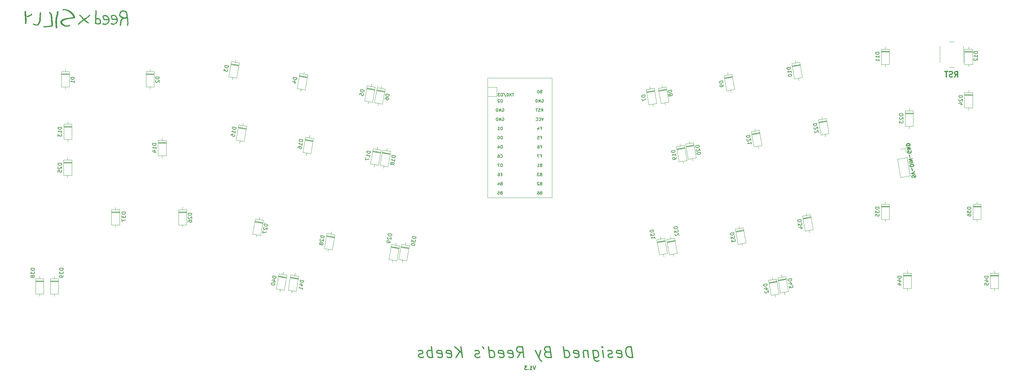
<source format=gbo>
G04 #@! TF.GenerationSoftware,KiCad,Pcbnew,(6.0.6-69-g6d26e8e3e8)*
G04 #@! TF.CreationDate,2022-07-20T16:21:00-04:00*
G04 #@! TF.ProjectId,alish40,616c6973-6834-4302-9e6b-696361645f70,rev?*
G04 #@! TF.SameCoordinates,Original*
G04 #@! TF.FileFunction,Legend,Bot*
G04 #@! TF.FilePolarity,Positive*
%FSLAX46Y46*%
G04 Gerber Fmt 4.6, Leading zero omitted, Abs format (unit mm)*
G04 Created by KiCad (PCBNEW (6.0.6-69-g6d26e8e3e8)) date 2022-07-20 16:21:00*
%MOMM*%
%LPD*%
G01*
G04 APERTURE LIST*
G04 Aperture macros list*
%AMHorizOval*
0 Thick line with rounded ends*
0 $1 width*
0 $2 $3 position (X,Y) of the first rounded end (center of the circle)*
0 $4 $5 position (X,Y) of the second rounded end (center of the circle)*
0 Add line between two ends*
20,1,$1,$2,$3,$4,$5,0*
0 Add two circle primitives to create the rounded ends*
1,1,$1,$2,$3*
1,1,$1,$4,$5*%
%AMRotRect*
0 Rectangle, with rotation*
0 The origin of the aperture is its center*
0 $1 length*
0 $2 width*
0 $3 Rotation angle, in degrees counterclockwise*
0 Add horizontal line*
21,1,$1,$2,0,0,$3*%
G04 Aperture macros list end*
%ADD10C,0.300000*%
%ADD11C,0.250000*%
%ADD12C,0.150000*%
%ADD13C,0.100000*%
%ADD14C,0.120000*%
%ADD15R,1.752600X1.752600*%
%ADD16C,1.752600*%
%ADD17C,4.000000*%
%ADD18C,1.700000*%
%ADD19C,2.200000*%
%ADD20RotRect,3.200000X2.000000X80.000000*%
%ADD21RotRect,2.000000X2.000000X80.000000*%
%ADD22C,2.000000*%
%ADD23RotRect,1.600000X1.600000X260.000000*%
%ADD24HorizOval,1.600000X0.000000X0.000000X0.000000X0.000000X0*%
%ADD25R,1.600000X1.600000*%
%ADD26O,1.600000X1.600000*%
%ADD27RotRect,1.600000X1.600000X280.000000*%
%ADD28HorizOval,1.600000X0.000000X0.000000X0.000000X0.000000X0*%
%ADD29RotRect,1.700000X1.700000X190.000000*%
%ADD30HorizOval,1.700000X0.000000X0.000000X0.000000X0.000000X0*%
G04 APERTURE END LIST*
D10*
X250092589Y-166097142D02*
X249717589Y-163097142D01*
X249003303Y-163097142D01*
X248592589Y-163240000D01*
X248342589Y-163525714D01*
X248235446Y-163811428D01*
X248164017Y-164382857D01*
X248217589Y-164811428D01*
X248431875Y-165382857D01*
X248610446Y-165668571D01*
X248931875Y-165954285D01*
X249378303Y-166097142D01*
X250092589Y-166097142D01*
X245931875Y-165954285D02*
X246235446Y-166097142D01*
X246806875Y-166097142D01*
X247074732Y-165954285D01*
X247181875Y-165668571D01*
X247039017Y-164525714D01*
X246860446Y-164240000D01*
X246556875Y-164097142D01*
X245985446Y-164097142D01*
X245717589Y-164240000D01*
X245610446Y-164525714D01*
X245646160Y-164811428D01*
X247110446Y-165097142D01*
X244646160Y-165954285D02*
X244378303Y-166097142D01*
X243806875Y-166097142D01*
X243503303Y-165954285D01*
X243324732Y-165668571D01*
X243306875Y-165525714D01*
X243414017Y-165240000D01*
X243681875Y-165097142D01*
X244110446Y-165097142D01*
X244378303Y-164954285D01*
X244485446Y-164668571D01*
X244467589Y-164525714D01*
X244289017Y-164240000D01*
X243985446Y-164097142D01*
X243556875Y-164097142D01*
X243289017Y-164240000D01*
X242092589Y-166097142D02*
X241842589Y-164097142D01*
X241717589Y-163097142D02*
X241878303Y-163240000D01*
X241753303Y-163382857D01*
X241592589Y-163240000D01*
X241717589Y-163097142D01*
X241753303Y-163382857D01*
X239128303Y-164097142D02*
X239431875Y-166525714D01*
X239610446Y-166811428D01*
X239771160Y-166954285D01*
X240074732Y-167097142D01*
X240503303Y-167097142D01*
X240771160Y-166954285D01*
X239360446Y-165954285D02*
X239664017Y-166097142D01*
X240235446Y-166097142D01*
X240503303Y-165954285D01*
X240628303Y-165811428D01*
X240735446Y-165525714D01*
X240628303Y-164668571D01*
X240449732Y-164382857D01*
X240289017Y-164240000D01*
X239985446Y-164097142D01*
X239414017Y-164097142D01*
X239146160Y-164240000D01*
X237699732Y-164097142D02*
X237949732Y-166097142D01*
X237735446Y-164382857D02*
X237574732Y-164240000D01*
X237271160Y-164097142D01*
X236842589Y-164097142D01*
X236574732Y-164240000D01*
X236467589Y-164525714D01*
X236664017Y-166097142D01*
X234074732Y-165954285D02*
X234378303Y-166097142D01*
X234949732Y-166097142D01*
X235217589Y-165954285D01*
X235324732Y-165668571D01*
X235181875Y-164525714D01*
X235003303Y-164240000D01*
X234699732Y-164097142D01*
X234128303Y-164097142D01*
X233860446Y-164240000D01*
X233753303Y-164525714D01*
X233789017Y-164811428D01*
X235253303Y-165097142D01*
X231378303Y-166097142D02*
X231003303Y-163097142D01*
X231360446Y-165954285D02*
X231664017Y-166097142D01*
X232235446Y-166097142D01*
X232503303Y-165954285D01*
X232628303Y-165811428D01*
X232735446Y-165525714D01*
X232628303Y-164668571D01*
X232449732Y-164382857D01*
X232289017Y-164240000D01*
X231985446Y-164097142D01*
X231414017Y-164097142D01*
X231146160Y-164240000D01*
X226467589Y-164525714D02*
X226056875Y-164668571D01*
X225931875Y-164811428D01*
X225824732Y-165097142D01*
X225878303Y-165525714D01*
X226056875Y-165811428D01*
X226217589Y-165954285D01*
X226521160Y-166097142D01*
X227664017Y-166097142D01*
X227289017Y-163097142D01*
X226289017Y-163097142D01*
X226021160Y-163240000D01*
X225896160Y-163382857D01*
X225789017Y-163668571D01*
X225824732Y-163954285D01*
X226003303Y-164240000D01*
X226164017Y-164382857D01*
X226467589Y-164525714D01*
X227467589Y-164525714D01*
X224699732Y-164097142D02*
X224235446Y-166097142D01*
X223271160Y-164097142D02*
X224235446Y-166097142D01*
X224610446Y-166811428D01*
X224771160Y-166954285D01*
X225074732Y-167097142D01*
X218378303Y-166097142D02*
X219199732Y-164668571D01*
X220092589Y-166097142D02*
X219717589Y-163097142D01*
X218574732Y-163097142D01*
X218306875Y-163240000D01*
X218181875Y-163382857D01*
X218074732Y-163668571D01*
X218128303Y-164097142D01*
X218306875Y-164382857D01*
X218467589Y-164525714D01*
X218771160Y-164668571D01*
X219914017Y-164668571D01*
X215931875Y-165954285D02*
X216235446Y-166097142D01*
X216806875Y-166097142D01*
X217074732Y-165954285D01*
X217181875Y-165668571D01*
X217039017Y-164525714D01*
X216860446Y-164240000D01*
X216556875Y-164097142D01*
X215985446Y-164097142D01*
X215717589Y-164240000D01*
X215610446Y-164525714D01*
X215646160Y-164811428D01*
X217110446Y-165097142D01*
X213360446Y-165954285D02*
X213664017Y-166097142D01*
X214235446Y-166097142D01*
X214503303Y-165954285D01*
X214610446Y-165668571D01*
X214467589Y-164525714D01*
X214289017Y-164240000D01*
X213985446Y-164097142D01*
X213414017Y-164097142D01*
X213146160Y-164240000D01*
X213039017Y-164525714D01*
X213074732Y-164811428D01*
X214539017Y-165097142D01*
X210664017Y-166097142D02*
X210289017Y-163097142D01*
X210646160Y-165954285D02*
X210949732Y-166097142D01*
X211521160Y-166097142D01*
X211789017Y-165954285D01*
X211914017Y-165811428D01*
X212021160Y-165525714D01*
X211914017Y-164668571D01*
X211735446Y-164382857D01*
X211574732Y-164240000D01*
X211271160Y-164097142D01*
X210699732Y-164097142D01*
X210431875Y-164240000D01*
X208717589Y-163097142D02*
X209074732Y-163668571D01*
X207931875Y-165954285D02*
X207664017Y-166097142D01*
X207092589Y-166097142D01*
X206789017Y-165954285D01*
X206610446Y-165668571D01*
X206592589Y-165525714D01*
X206699732Y-165240000D01*
X206967589Y-165097142D01*
X207396160Y-165097142D01*
X207664017Y-164954285D01*
X207771160Y-164668571D01*
X207753303Y-164525714D01*
X207574732Y-164240000D01*
X207271160Y-164097142D01*
X206842589Y-164097142D01*
X206574732Y-164240000D01*
X203092589Y-166097142D02*
X202717589Y-163097142D01*
X201378303Y-166097142D02*
X202449732Y-164382857D01*
X201003303Y-163097142D02*
X202931875Y-164811428D01*
X198931875Y-165954285D02*
X199235446Y-166097142D01*
X199806875Y-166097142D01*
X200074732Y-165954285D01*
X200181875Y-165668571D01*
X200039017Y-164525714D01*
X199860446Y-164240000D01*
X199556875Y-164097142D01*
X198985446Y-164097142D01*
X198717589Y-164240000D01*
X198610446Y-164525714D01*
X198646160Y-164811428D01*
X200110446Y-165097142D01*
X196360446Y-165954285D02*
X196664017Y-166097142D01*
X197235446Y-166097142D01*
X197503303Y-165954285D01*
X197610446Y-165668571D01*
X197467589Y-164525714D01*
X197289017Y-164240000D01*
X196985446Y-164097142D01*
X196414017Y-164097142D01*
X196146160Y-164240000D01*
X196039017Y-164525714D01*
X196074732Y-164811428D01*
X197539017Y-165097142D01*
X194949732Y-166097142D02*
X194574732Y-163097142D01*
X194717589Y-164240000D02*
X194414017Y-164097142D01*
X193842589Y-164097142D01*
X193574732Y-164240000D01*
X193449732Y-164382857D01*
X193342589Y-164668571D01*
X193449732Y-165525714D01*
X193628303Y-165811428D01*
X193789017Y-165954285D01*
X194092589Y-166097142D01*
X194664017Y-166097142D01*
X194931875Y-165954285D01*
X192360446Y-165954285D02*
X192092589Y-166097142D01*
X191521160Y-166097142D01*
X191217589Y-165954285D01*
X191039017Y-165668571D01*
X191021160Y-165525714D01*
X191128303Y-165240000D01*
X191396160Y-165097142D01*
X191824732Y-165097142D01*
X192092589Y-164954285D01*
X192199732Y-164668571D01*
X192181875Y-164525714D01*
X192003303Y-164240000D01*
X191699732Y-164097142D01*
X191271160Y-164097142D01*
X191003303Y-164240000D01*
D11*
X328071102Y-115755168D02*
X328153792Y-116224124D01*
X327693105Y-116353709D01*
X327731731Y-116298544D01*
X327762089Y-116196484D01*
X327720744Y-115962006D01*
X327657311Y-115876484D01*
X327602146Y-115837857D01*
X327500086Y-115807500D01*
X327265608Y-115848844D01*
X327180085Y-115912278D01*
X327141459Y-115967443D01*
X327111101Y-116069503D01*
X327152446Y-116303981D01*
X327215879Y-116389503D01*
X327271044Y-116428130D01*
X328013219Y-115426898D02*
X326970529Y-115272277D01*
X327897454Y-114770360D01*
X327229928Y-114549587D02*
X327097625Y-113799257D01*
X326639770Y-113396453D02*
X327624578Y-113222805D01*
X327583233Y-112988327D01*
X327511531Y-112855909D01*
X327401202Y-112778656D01*
X327299142Y-112748298D01*
X327103290Y-112734478D01*
X326962603Y-112759285D01*
X326783290Y-112839257D01*
X326697768Y-112902690D01*
X326620514Y-113013019D01*
X326598426Y-113161975D01*
X326639770Y-113396453D01*
X326466122Y-112411645D02*
X327450930Y-112237997D01*
X326383433Y-111942689D02*
X327368240Y-111769041D01*
X326284205Y-111379942D01*
X327269013Y-111206294D01*
X326576680Y-110844834D02*
X326444377Y-110094504D01*
X326833476Y-109010469D02*
X326896910Y-109095991D01*
X326921716Y-109236678D01*
X326899628Y-109385634D01*
X326822374Y-109495963D01*
X326736852Y-109559397D01*
X326557539Y-109639368D01*
X326416852Y-109664175D01*
X326221001Y-109650355D01*
X326118940Y-109619998D01*
X326008611Y-109542744D01*
X325936909Y-109410326D01*
X325920371Y-109316535D01*
X325942460Y-109167579D01*
X325981086Y-109112415D01*
X326309355Y-109054532D01*
X326342431Y-109242115D01*
X325812874Y-108706892D02*
X326797682Y-108533244D01*
X325713647Y-108144145D01*
X326698455Y-107970497D01*
X325630957Y-107675189D02*
X326615765Y-107501541D01*
X326574420Y-107267063D01*
X326502718Y-107134645D01*
X326392388Y-107057392D01*
X326290328Y-107027034D01*
X326094477Y-107013214D01*
X325953790Y-107038021D01*
X325774477Y-107117993D01*
X325688954Y-107181426D01*
X325611701Y-107291755D01*
X325589612Y-107440711D01*
X325630957Y-107675189D01*
X223243809Y-168392380D02*
X222910476Y-169392380D01*
X222577142Y-168392380D01*
X221720000Y-169392380D02*
X222291428Y-169392380D01*
X222005714Y-169392380D02*
X222005714Y-168392380D01*
X222100952Y-168535238D01*
X222196190Y-168630476D01*
X222291428Y-168678095D01*
X221291428Y-169297142D02*
X221243809Y-169344761D01*
X221291428Y-169392380D01*
X221339047Y-169344761D01*
X221291428Y-169297142D01*
X221291428Y-169392380D01*
X220910476Y-168392380D02*
X220291428Y-168392380D01*
X220624761Y-168773333D01*
X220481904Y-168773333D01*
X220386666Y-168820952D01*
X220339047Y-168868571D01*
X220291428Y-168963809D01*
X220291428Y-169201904D01*
X220339047Y-169297142D01*
X220386666Y-169344761D01*
X220481904Y-169392380D01*
X220767619Y-169392380D01*
X220862857Y-169344761D01*
X220910476Y-169297142D01*
D10*
X338951428Y-88678571D02*
X339451428Y-87964285D01*
X339808571Y-88678571D02*
X339808571Y-87178571D01*
X339237142Y-87178571D01*
X339094285Y-87250000D01*
X339022857Y-87321428D01*
X338951428Y-87464285D01*
X338951428Y-87678571D01*
X339022857Y-87821428D01*
X339094285Y-87892857D01*
X339237142Y-87964285D01*
X339808571Y-87964285D01*
X338380000Y-88607142D02*
X338165714Y-88678571D01*
X337808571Y-88678571D01*
X337665714Y-88607142D01*
X337594285Y-88535714D01*
X337522857Y-88392857D01*
X337522857Y-88250000D01*
X337594285Y-88107142D01*
X337665714Y-88035714D01*
X337808571Y-87964285D01*
X338094285Y-87892857D01*
X338237142Y-87821428D01*
X338308571Y-87750000D01*
X338380000Y-87607142D01*
X338380000Y-87464285D01*
X338308571Y-87321428D01*
X338237142Y-87250000D01*
X338094285Y-87178571D01*
X337737142Y-87178571D01*
X337522857Y-87250000D01*
X337094285Y-87178571D02*
X336237142Y-87178571D01*
X336665714Y-88678571D02*
X336665714Y-87178571D01*
D12*
X213832809Y-120653544D02*
X213718523Y-120691639D01*
X213680428Y-120729734D01*
X213642333Y-120805925D01*
X213642333Y-120920210D01*
X213680428Y-120996401D01*
X213718523Y-121034496D01*
X213794714Y-121072591D01*
X214099476Y-121072591D01*
X214099476Y-120272591D01*
X213832809Y-120272591D01*
X213756619Y-120310687D01*
X213718523Y-120348782D01*
X213680428Y-120424972D01*
X213680428Y-120501163D01*
X213718523Y-120577353D01*
X213756619Y-120615448D01*
X213832809Y-120653544D01*
X214099476Y-120653544D01*
X212918523Y-120272591D02*
X213299476Y-120272591D01*
X213337571Y-120653544D01*
X213299476Y-120615448D01*
X213223285Y-120577353D01*
X213032809Y-120577353D01*
X212956619Y-120615448D01*
X212918523Y-120653544D01*
X212880428Y-120729734D01*
X212880428Y-120920210D01*
X212918523Y-120996401D01*
X212956619Y-121034496D01*
X213032809Y-121072591D01*
X213223285Y-121072591D01*
X213299476Y-121034496D01*
X213337571Y-120996401D01*
X214099476Y-105832591D02*
X214099476Y-105032591D01*
X213909000Y-105032591D01*
X213794714Y-105070687D01*
X213718523Y-105146877D01*
X213680428Y-105223067D01*
X213642333Y-105375448D01*
X213642333Y-105489734D01*
X213680428Y-105642115D01*
X213718523Y-105718306D01*
X213794714Y-105794496D01*
X213909000Y-105832591D01*
X214099476Y-105832591D01*
X213147095Y-105032591D02*
X213070904Y-105032591D01*
X212994714Y-105070687D01*
X212956619Y-105108782D01*
X212918523Y-105184972D01*
X212880428Y-105337353D01*
X212880428Y-105527829D01*
X212918523Y-105680210D01*
X212956619Y-105756401D01*
X212994714Y-105794496D01*
X213070904Y-105832591D01*
X213147095Y-105832591D01*
X213223285Y-105794496D01*
X213261380Y-105756401D01*
X213299476Y-105680210D01*
X213337571Y-105527829D01*
X213337571Y-105337353D01*
X213299476Y-105184972D01*
X213261380Y-105108782D01*
X213223285Y-105070687D01*
X213147095Y-105032591D01*
X224697666Y-105413544D02*
X224964333Y-105413544D01*
X224964333Y-105832591D02*
X224964333Y-105032591D01*
X224583380Y-105032591D01*
X223897666Y-105032591D02*
X224278619Y-105032591D01*
X224316714Y-105413544D01*
X224278619Y-105375448D01*
X224202428Y-105337353D01*
X224011952Y-105337353D01*
X223935761Y-105375448D01*
X223897666Y-105413544D01*
X223859571Y-105489734D01*
X223859571Y-105680210D01*
X223897666Y-105756401D01*
X223935761Y-105794496D01*
X224011952Y-105832591D01*
X224202428Y-105832591D01*
X224278619Y-105794496D01*
X224316714Y-105756401D01*
X214099476Y-95672591D02*
X214099476Y-94872591D01*
X213909000Y-94872591D01*
X213794714Y-94910687D01*
X213718523Y-94986877D01*
X213680428Y-95063067D01*
X213642333Y-95215448D01*
X213642333Y-95329734D01*
X213680428Y-95482115D01*
X213718523Y-95558306D01*
X213794714Y-95634496D01*
X213909000Y-95672591D01*
X214099476Y-95672591D01*
X213337571Y-94948782D02*
X213299476Y-94910687D01*
X213223285Y-94872591D01*
X213032809Y-94872591D01*
X212956619Y-94910687D01*
X212918523Y-94948782D01*
X212880428Y-95024972D01*
X212880428Y-95101163D01*
X212918523Y-95215448D01*
X213375666Y-95672591D01*
X212880428Y-95672591D01*
X225497666Y-99952591D02*
X225231000Y-100752591D01*
X224964333Y-99952591D01*
X224240523Y-100676401D02*
X224278619Y-100714496D01*
X224392904Y-100752591D01*
X224469095Y-100752591D01*
X224583380Y-100714496D01*
X224659571Y-100638306D01*
X224697666Y-100562115D01*
X224735761Y-100409734D01*
X224735761Y-100295448D01*
X224697666Y-100143067D01*
X224659571Y-100066877D01*
X224583380Y-99990687D01*
X224469095Y-99952591D01*
X224392904Y-99952591D01*
X224278619Y-99990687D01*
X224240523Y-100028782D01*
X223440523Y-100676401D02*
X223478619Y-100714496D01*
X223592904Y-100752591D01*
X223669095Y-100752591D01*
X223783380Y-100714496D01*
X223859571Y-100638306D01*
X223897666Y-100562115D01*
X223935761Y-100409734D01*
X223935761Y-100295448D01*
X223897666Y-100143067D01*
X223859571Y-100066877D01*
X223783380Y-99990687D01*
X223669095Y-99952591D01*
X223592904Y-99952591D01*
X223478619Y-99990687D01*
X223440523Y-100028782D01*
X214099476Y-113452591D02*
X214099476Y-112652591D01*
X213909000Y-112652591D01*
X213794714Y-112690687D01*
X213718523Y-112766877D01*
X213680428Y-112843067D01*
X213642333Y-112995448D01*
X213642333Y-113109734D01*
X213680428Y-113262115D01*
X213718523Y-113338306D01*
X213794714Y-113414496D01*
X213909000Y-113452591D01*
X214099476Y-113452591D01*
X213375666Y-112652591D02*
X212842333Y-112652591D01*
X213185190Y-113452591D01*
X224754807Y-120653544D02*
X224640521Y-120691639D01*
X224602426Y-120729734D01*
X224564331Y-120805925D01*
X224564331Y-120920210D01*
X224602426Y-120996401D01*
X224640521Y-121034496D01*
X224716712Y-121072591D01*
X225021474Y-121072591D01*
X225021474Y-120272591D01*
X224754807Y-120272591D01*
X224678617Y-120310687D01*
X224640521Y-120348782D01*
X224602426Y-120424972D01*
X224602426Y-120501163D01*
X224640521Y-120577353D01*
X224678617Y-120615448D01*
X224754807Y-120653544D01*
X225021474Y-120653544D01*
X223878617Y-120272591D02*
X224030998Y-120272591D01*
X224107188Y-120310687D01*
X224145283Y-120348782D01*
X224221474Y-120463067D01*
X224259569Y-120615448D01*
X224259569Y-120920210D01*
X224221474Y-120996401D01*
X224183378Y-121034496D01*
X224107188Y-121072591D01*
X223954807Y-121072591D01*
X223878617Y-121034496D01*
X223840521Y-120996401D01*
X223802426Y-120920210D01*
X223802426Y-120729734D01*
X223840521Y-120653544D01*
X223878617Y-120615448D01*
X223954807Y-120577353D01*
X224107188Y-120577353D01*
X224183378Y-120615448D01*
X224221474Y-120653544D01*
X224259569Y-120729734D01*
X224697666Y-107953544D02*
X224964333Y-107953544D01*
X224964333Y-108372591D02*
X224964333Y-107572591D01*
X224583380Y-107572591D01*
X223935761Y-107572591D02*
X224088142Y-107572591D01*
X224164333Y-107610687D01*
X224202428Y-107648782D01*
X224278619Y-107763067D01*
X224316714Y-107915448D01*
X224316714Y-108220210D01*
X224278619Y-108296401D01*
X224240523Y-108334496D01*
X224164333Y-108372591D01*
X224011952Y-108372591D01*
X223935761Y-108334496D01*
X223897666Y-108296401D01*
X223859571Y-108220210D01*
X223859571Y-108029734D01*
X223897666Y-107953544D01*
X223935761Y-107915448D01*
X224011952Y-107877353D01*
X224164333Y-107877353D01*
X224240523Y-107915448D01*
X224278619Y-107953544D01*
X224316714Y-108029734D01*
X214061380Y-115573544D02*
X213794714Y-115573544D01*
X213680428Y-115992591D02*
X214061380Y-115992591D01*
X214061380Y-115192591D01*
X213680428Y-115192591D01*
X212994714Y-115192591D02*
X213147095Y-115192591D01*
X213223285Y-115230687D01*
X213261380Y-115268782D01*
X213337571Y-115383067D01*
X213375666Y-115535448D01*
X213375666Y-115840210D01*
X213337571Y-115916401D01*
X213299476Y-115954496D01*
X213223285Y-115992591D01*
X213070904Y-115992591D01*
X212994714Y-115954496D01*
X212956619Y-115916401D01*
X212918523Y-115840210D01*
X212918523Y-115649734D01*
X212956619Y-115573544D01*
X212994714Y-115535448D01*
X213070904Y-115497353D01*
X213223285Y-115497353D01*
X213299476Y-115535448D01*
X213337571Y-115573544D01*
X213375666Y-115649734D01*
X214099476Y-108372591D02*
X214099476Y-107572591D01*
X213909000Y-107572591D01*
X213794714Y-107610687D01*
X213718523Y-107686877D01*
X213680428Y-107763067D01*
X213642333Y-107915448D01*
X213642333Y-108029734D01*
X213680428Y-108182115D01*
X213718523Y-108258306D01*
X213794714Y-108334496D01*
X213909000Y-108372591D01*
X214099476Y-108372591D01*
X212956619Y-107839258D02*
X212956619Y-108372591D01*
X213147095Y-107534496D02*
X213337571Y-108105925D01*
X212842333Y-108105925D01*
X224543333Y-98154496D02*
X224429047Y-98192591D01*
X224238571Y-98192591D01*
X224162380Y-98154496D01*
X224124285Y-98116401D01*
X224086190Y-98040210D01*
X224086190Y-97964020D01*
X224124285Y-97887829D01*
X224162380Y-97849734D01*
X224238571Y-97811639D01*
X224390952Y-97773544D01*
X224467142Y-97735448D01*
X224505238Y-97697353D01*
X224543333Y-97621163D01*
X224543333Y-97544972D01*
X224505238Y-97468782D01*
X224467142Y-97430687D01*
X224390952Y-97392591D01*
X224200476Y-97392591D01*
X224086190Y-97430687D01*
X223857619Y-97392591D02*
X223400476Y-97392591D01*
X223629047Y-98192591D02*
X223629047Y-97392591D01*
X224697666Y-102873544D02*
X224964333Y-102873544D01*
X224964333Y-103292591D02*
X224964333Y-102492591D01*
X224583380Y-102492591D01*
X223935761Y-102759258D02*
X223935761Y-103292591D01*
X224126238Y-102454496D02*
X224316714Y-103025925D01*
X223821476Y-103025925D01*
X214118523Y-99990687D02*
X214194714Y-99952591D01*
X214309000Y-99952591D01*
X214423285Y-99990687D01*
X214499476Y-100066877D01*
X214537571Y-100143067D01*
X214575666Y-100295448D01*
X214575666Y-100409734D01*
X214537571Y-100562115D01*
X214499476Y-100638306D01*
X214423285Y-100714496D01*
X214309000Y-100752591D01*
X214232809Y-100752591D01*
X214118523Y-100714496D01*
X214080428Y-100676401D01*
X214080428Y-100409734D01*
X214232809Y-100409734D01*
X213737571Y-100752591D02*
X213737571Y-99952591D01*
X213280428Y-100752591D01*
X213280428Y-99952591D01*
X212899476Y-100752591D02*
X212899476Y-99952591D01*
X212709000Y-99952591D01*
X212594714Y-99990687D01*
X212518523Y-100066877D01*
X212480428Y-100143067D01*
X212442333Y-100295448D01*
X212442333Y-100409734D01*
X212480428Y-100562115D01*
X212518523Y-100638306D01*
X212594714Y-100714496D01*
X212709000Y-100752591D01*
X212899476Y-100752591D01*
X214099476Y-103292591D02*
X214099476Y-102492591D01*
X213909000Y-102492591D01*
X213794714Y-102530687D01*
X213718523Y-102606877D01*
X213680428Y-102683067D01*
X213642333Y-102835448D01*
X213642333Y-102949734D01*
X213680428Y-103102115D01*
X213718523Y-103178306D01*
X213794714Y-103254496D01*
X213909000Y-103292591D01*
X214099476Y-103292591D01*
X212880428Y-103292591D02*
X213337571Y-103292591D01*
X213109000Y-103292591D02*
X213109000Y-102492591D01*
X213185190Y-102606877D01*
X213261380Y-102683067D01*
X213337571Y-102721163D01*
X217290476Y-93161904D02*
X216833333Y-93161904D01*
X217061904Y-93961904D02*
X217061904Y-93161904D01*
X216642857Y-93161904D02*
X216109523Y-93961904D01*
X216109523Y-93161904D02*
X216642857Y-93961904D01*
X215652380Y-93161904D02*
X215576190Y-93161904D01*
X215500000Y-93200000D01*
X215461904Y-93238095D01*
X215423809Y-93314285D01*
X215385714Y-93466666D01*
X215385714Y-93657142D01*
X215423809Y-93809523D01*
X215461904Y-93885714D01*
X215500000Y-93923809D01*
X215576190Y-93961904D01*
X215652380Y-93961904D01*
X215728571Y-93923809D01*
X215766666Y-93885714D01*
X215804761Y-93809523D01*
X215842857Y-93657142D01*
X215842857Y-93466666D01*
X215804761Y-93314285D01*
X215766666Y-93238095D01*
X215728571Y-93200000D01*
X215652380Y-93161904D01*
X214471428Y-93123809D02*
X215157142Y-94152380D01*
X214204761Y-93961904D02*
X214204761Y-93161904D01*
X214014285Y-93161904D01*
X213900000Y-93200000D01*
X213823809Y-93276190D01*
X213785714Y-93352380D01*
X213747619Y-93504761D01*
X213747619Y-93619047D01*
X213785714Y-93771428D01*
X213823809Y-93847619D01*
X213900000Y-93923809D01*
X214014285Y-93961904D01*
X214204761Y-93961904D01*
X213480952Y-93161904D02*
X212985714Y-93161904D01*
X213252380Y-93466666D01*
X213138095Y-93466666D01*
X213061904Y-93504761D01*
X213023809Y-93542857D01*
X212985714Y-93619047D01*
X212985714Y-93809523D01*
X213023809Y-93885714D01*
X213061904Y-93923809D01*
X213138095Y-93961904D01*
X213366666Y-93961904D01*
X213442857Y-93923809D01*
X213480952Y-93885714D01*
X214118523Y-97450687D02*
X214194714Y-97412591D01*
X214309000Y-97412591D01*
X214423285Y-97450687D01*
X214499476Y-97526877D01*
X214537571Y-97603067D01*
X214575666Y-97755448D01*
X214575666Y-97869734D01*
X214537571Y-98022115D01*
X214499476Y-98098306D01*
X214423285Y-98174496D01*
X214309000Y-98212591D01*
X214232809Y-98212591D01*
X214118523Y-98174496D01*
X214080428Y-98136401D01*
X214080428Y-97869734D01*
X214232809Y-97869734D01*
X213737571Y-98212591D02*
X213737571Y-97412591D01*
X213280428Y-98212591D01*
X213280428Y-97412591D01*
X212899476Y-98212591D02*
X212899476Y-97412591D01*
X212709000Y-97412591D01*
X212594714Y-97450687D01*
X212518523Y-97526877D01*
X212480428Y-97603067D01*
X212442333Y-97755448D01*
X212442333Y-97869734D01*
X212480428Y-98022115D01*
X212518523Y-98098306D01*
X212594714Y-98174496D01*
X212709000Y-98212591D01*
X212899476Y-98212591D01*
X224754809Y-115573544D02*
X224640523Y-115611639D01*
X224602428Y-115649734D01*
X224564333Y-115725925D01*
X224564333Y-115840210D01*
X224602428Y-115916401D01*
X224640523Y-115954496D01*
X224716714Y-115992591D01*
X225021476Y-115992591D01*
X225021476Y-115192591D01*
X224754809Y-115192591D01*
X224678619Y-115230687D01*
X224640523Y-115268782D01*
X224602428Y-115344972D01*
X224602428Y-115421163D01*
X224640523Y-115497353D01*
X224678619Y-115535448D01*
X224754809Y-115573544D01*
X225021476Y-115573544D01*
X224297666Y-115192591D02*
X223802428Y-115192591D01*
X224069095Y-115497353D01*
X223954809Y-115497353D01*
X223878619Y-115535448D01*
X223840523Y-115573544D01*
X223802428Y-115649734D01*
X223802428Y-115840210D01*
X223840523Y-115916401D01*
X223878619Y-115954496D01*
X223954809Y-115992591D01*
X224183380Y-115992591D01*
X224259571Y-115954496D01*
X224297666Y-115916401D01*
X224754809Y-118113544D02*
X224640523Y-118151639D01*
X224602428Y-118189734D01*
X224564333Y-118265925D01*
X224564333Y-118380210D01*
X224602428Y-118456401D01*
X224640523Y-118494496D01*
X224716714Y-118532591D01*
X225021476Y-118532591D01*
X225021476Y-117732591D01*
X224754809Y-117732591D01*
X224678619Y-117770687D01*
X224640523Y-117808782D01*
X224602428Y-117884972D01*
X224602428Y-117961163D01*
X224640523Y-118037353D01*
X224678619Y-118075448D01*
X224754809Y-118113544D01*
X225021476Y-118113544D01*
X224259571Y-117808782D02*
X224221476Y-117770687D01*
X224145285Y-117732591D01*
X223954809Y-117732591D01*
X223878619Y-117770687D01*
X223840523Y-117808782D01*
X223802428Y-117884972D01*
X223802428Y-117961163D01*
X223840523Y-118075448D01*
X224297666Y-118532591D01*
X223802428Y-118532591D01*
X213642333Y-110836401D02*
X213680428Y-110874496D01*
X213794714Y-110912591D01*
X213870904Y-110912591D01*
X213985190Y-110874496D01*
X214061380Y-110798306D01*
X214099476Y-110722115D01*
X214137571Y-110569734D01*
X214137571Y-110455448D01*
X214099476Y-110303067D01*
X214061380Y-110226877D01*
X213985190Y-110150687D01*
X213870904Y-110112591D01*
X213794714Y-110112591D01*
X213680428Y-110150687D01*
X213642333Y-110188782D01*
X212956619Y-110112591D02*
X213109000Y-110112591D01*
X213185190Y-110150687D01*
X213223285Y-110188782D01*
X213299476Y-110303067D01*
X213337571Y-110455448D01*
X213337571Y-110760210D01*
X213299476Y-110836401D01*
X213261380Y-110874496D01*
X213185190Y-110912591D01*
X213032809Y-110912591D01*
X212956619Y-110874496D01*
X212918523Y-110836401D01*
X212880428Y-110760210D01*
X212880428Y-110569734D01*
X212918523Y-110493544D01*
X212956619Y-110455448D01*
X213032809Y-110417353D01*
X213185190Y-110417353D01*
X213261380Y-110455448D01*
X213299476Y-110493544D01*
X213337571Y-110569734D01*
X225040523Y-94910687D02*
X225116714Y-94872591D01*
X225231000Y-94872591D01*
X225345285Y-94910687D01*
X225421476Y-94986877D01*
X225459571Y-95063067D01*
X225497666Y-95215448D01*
X225497666Y-95329734D01*
X225459571Y-95482115D01*
X225421476Y-95558306D01*
X225345285Y-95634496D01*
X225231000Y-95672591D01*
X225154809Y-95672591D01*
X225040523Y-95634496D01*
X225002428Y-95596401D01*
X225002428Y-95329734D01*
X225154809Y-95329734D01*
X224659571Y-95672591D02*
X224659571Y-94872591D01*
X224202428Y-95672591D01*
X224202428Y-94872591D01*
X223821476Y-95672591D02*
X223821476Y-94872591D01*
X223631000Y-94872591D01*
X223516714Y-94910687D01*
X223440523Y-94986877D01*
X223402428Y-95063067D01*
X223364333Y-95215448D01*
X223364333Y-95329734D01*
X223402428Y-95482115D01*
X223440523Y-95558306D01*
X223516714Y-95634496D01*
X223631000Y-95672591D01*
X223821476Y-95672591D01*
X224754809Y-113033544D02*
X224640523Y-113071639D01*
X224602428Y-113109734D01*
X224564333Y-113185925D01*
X224564333Y-113300210D01*
X224602428Y-113376401D01*
X224640523Y-113414496D01*
X224716714Y-113452591D01*
X225021476Y-113452591D01*
X225021476Y-112652591D01*
X224754809Y-112652591D01*
X224678619Y-112690687D01*
X224640523Y-112728782D01*
X224602428Y-112804972D01*
X224602428Y-112881163D01*
X224640523Y-112957353D01*
X224678619Y-112995448D01*
X224754809Y-113033544D01*
X225021476Y-113033544D01*
X223802428Y-113452591D02*
X224259571Y-113452591D01*
X224031000Y-113452591D02*
X224031000Y-112652591D01*
X224107190Y-112766877D01*
X224183380Y-112843067D01*
X224259571Y-112881163D01*
X213832809Y-118113544D02*
X213718523Y-118151639D01*
X213680428Y-118189734D01*
X213642333Y-118265925D01*
X213642333Y-118380210D01*
X213680428Y-118456401D01*
X213718523Y-118494496D01*
X213794714Y-118532591D01*
X214099476Y-118532591D01*
X214099476Y-117732591D01*
X213832809Y-117732591D01*
X213756619Y-117770687D01*
X213718523Y-117808782D01*
X213680428Y-117884972D01*
X213680428Y-117961163D01*
X213718523Y-118037353D01*
X213756619Y-118075448D01*
X213832809Y-118113544D01*
X214099476Y-118113544D01*
X212956619Y-117999258D02*
X212956619Y-118532591D01*
X213147095Y-117694496D02*
X213337571Y-118265925D01*
X212842333Y-118265925D01*
X224754809Y-92713544D02*
X224640523Y-92751639D01*
X224602428Y-92789734D01*
X224564333Y-92865925D01*
X224564333Y-92980210D01*
X224602428Y-93056401D01*
X224640523Y-93094496D01*
X224716714Y-93132591D01*
X225021476Y-93132591D01*
X225021476Y-92332591D01*
X224754809Y-92332591D01*
X224678619Y-92370687D01*
X224640523Y-92408782D01*
X224602428Y-92484972D01*
X224602428Y-92561163D01*
X224640523Y-92637353D01*
X224678619Y-92675448D01*
X224754809Y-92713544D01*
X225021476Y-92713544D01*
X224069095Y-92332591D02*
X223992904Y-92332591D01*
X223916714Y-92370687D01*
X223878619Y-92408782D01*
X223840523Y-92484972D01*
X223802428Y-92637353D01*
X223802428Y-92827829D01*
X223840523Y-92980210D01*
X223878619Y-93056401D01*
X223916714Y-93094496D01*
X223992904Y-93132591D01*
X224069095Y-93132591D01*
X224145285Y-93094496D01*
X224183380Y-93056401D01*
X224221476Y-92980210D01*
X224259571Y-92827829D01*
X224259571Y-92637353D01*
X224221476Y-92484972D01*
X224183380Y-92408782D01*
X224145285Y-92370687D01*
X224069095Y-92332591D01*
X224697666Y-110493544D02*
X224964333Y-110493544D01*
X224964333Y-110912591D02*
X224964333Y-110112591D01*
X224583380Y-110112591D01*
X224354809Y-110112591D02*
X223821476Y-110112591D01*
X224164333Y-110912591D01*
X151776974Y-143736700D02*
X150792167Y-143563051D01*
X150750822Y-143797530D01*
X150772910Y-143946485D01*
X150850164Y-144056814D01*
X150935686Y-144120248D01*
X151114999Y-144200219D01*
X151255686Y-144225026D01*
X151451538Y-144211207D01*
X151553598Y-144180849D01*
X151663927Y-144103596D01*
X151735629Y-143971178D01*
X151776974Y-143736700D01*
X150872367Y-145027802D02*
X151528905Y-145143568D01*
X150538547Y-144727173D02*
X151283326Y-144616729D01*
X151175829Y-145226372D01*
X150420063Y-145673354D02*
X150403525Y-145767145D01*
X150433883Y-145869205D01*
X150472510Y-145924370D01*
X150558032Y-145987803D01*
X150737345Y-146067775D01*
X150971823Y-146109120D01*
X151167675Y-146095300D01*
X151269735Y-146064942D01*
X151324900Y-146026315D01*
X151388333Y-145940793D01*
X151404871Y-145847002D01*
X151374513Y-145744942D01*
X151335887Y-145689777D01*
X151250364Y-145626344D01*
X151071051Y-145546372D01*
X150836573Y-145505027D01*
X150640722Y-145518847D01*
X150538661Y-145549205D01*
X150483497Y-145587832D01*
X150420063Y-145673354D01*
X92572380Y-102565714D02*
X91572380Y-102565714D01*
X91572380Y-102803809D01*
X91620000Y-102946666D01*
X91715238Y-103041904D01*
X91810476Y-103089523D01*
X92000952Y-103137142D01*
X92143809Y-103137142D01*
X92334285Y-103089523D01*
X92429523Y-103041904D01*
X92524761Y-102946666D01*
X92572380Y-102803809D01*
X92572380Y-102565714D01*
X92572380Y-104089523D02*
X92572380Y-103518095D01*
X92572380Y-103803809D02*
X91572380Y-103803809D01*
X91715238Y-103708571D01*
X91810476Y-103613333D01*
X91858095Y-103518095D01*
X91572380Y-104422857D02*
X91572380Y-105041904D01*
X91953333Y-104708571D01*
X91953333Y-104851428D01*
X92000952Y-104946666D01*
X92048571Y-104994285D01*
X92143809Y-105041904D01*
X92381904Y-105041904D01*
X92477142Y-104994285D01*
X92524761Y-104946666D01*
X92572380Y-104851428D01*
X92572380Y-104565714D01*
X92524761Y-104470476D01*
X92477142Y-104422857D01*
X253521146Y-93614814D02*
X252536338Y-93788463D01*
X252577683Y-94022941D01*
X252649385Y-94155359D01*
X252759715Y-94232612D01*
X252861775Y-94262970D01*
X253057626Y-94276789D01*
X253198313Y-94251982D01*
X253377626Y-94172011D01*
X253463149Y-94108577D01*
X253540402Y-93998248D01*
X253562491Y-93849292D01*
X253521146Y-93614814D01*
X252693448Y-94679479D02*
X252809214Y-95336018D01*
X253719601Y-94740309D01*
X92532380Y-112495714D02*
X91532380Y-112495714D01*
X91532380Y-112733809D01*
X91580000Y-112876666D01*
X91675238Y-112971904D01*
X91770476Y-113019523D01*
X91960952Y-113067142D01*
X92103809Y-113067142D01*
X92294285Y-113019523D01*
X92389523Y-112971904D01*
X92484761Y-112876666D01*
X92532380Y-112733809D01*
X92532380Y-112495714D01*
X91627619Y-113448095D02*
X91580000Y-113495714D01*
X91532380Y-113590952D01*
X91532380Y-113829047D01*
X91580000Y-113924285D01*
X91627619Y-113971904D01*
X91722857Y-114019523D01*
X91818095Y-114019523D01*
X91960952Y-113971904D01*
X92532380Y-113400476D01*
X92532380Y-114019523D01*
X91532380Y-114924285D02*
X91532380Y-114448095D01*
X92008571Y-114400476D01*
X91960952Y-114448095D01*
X91913333Y-114543333D01*
X91913333Y-114781428D01*
X91960952Y-114876666D01*
X92008571Y-114924285D01*
X92103809Y-114971904D01*
X92341904Y-114971904D01*
X92437142Y-114924285D01*
X92484761Y-114876666D01*
X92532380Y-114781428D01*
X92532380Y-114543333D01*
X92484761Y-114448095D01*
X92437142Y-114400476D01*
X274959547Y-89752697D02*
X273974739Y-89926346D01*
X274016084Y-90160824D01*
X274087786Y-90293242D01*
X274198116Y-90370495D01*
X274300176Y-90400853D01*
X274496027Y-90414672D01*
X274636714Y-90389865D01*
X274816027Y-90309894D01*
X274901550Y-90246460D01*
X274978803Y-90136131D01*
X275000892Y-89987175D01*
X274959547Y-89752697D01*
X275141464Y-90784401D02*
X275174540Y-90971983D01*
X275144182Y-91074043D01*
X275105556Y-91129208D01*
X274981407Y-91247806D01*
X274802093Y-91327778D01*
X274426928Y-91393929D01*
X274324868Y-91363572D01*
X274269704Y-91324945D01*
X274206270Y-91239423D01*
X274173194Y-91051840D01*
X274203552Y-90949780D01*
X274242179Y-90894615D01*
X274327701Y-90831182D01*
X274562179Y-90789837D01*
X274664239Y-90820195D01*
X274719404Y-90858821D01*
X274782837Y-90944344D01*
X274815913Y-91131926D01*
X274785555Y-91233986D01*
X274746929Y-91289151D01*
X274661406Y-91352584D01*
X128452380Y-126285714D02*
X127452380Y-126285714D01*
X127452380Y-126523809D01*
X127500000Y-126666666D01*
X127595238Y-126761904D01*
X127690476Y-126809523D01*
X127880952Y-126857142D01*
X128023809Y-126857142D01*
X128214285Y-126809523D01*
X128309523Y-126761904D01*
X128404761Y-126666666D01*
X128452380Y-126523809D01*
X128452380Y-126285714D01*
X127547619Y-127238095D02*
X127500000Y-127285714D01*
X127452380Y-127380952D01*
X127452380Y-127619047D01*
X127500000Y-127714285D01*
X127547619Y-127761904D01*
X127642857Y-127809523D01*
X127738095Y-127809523D01*
X127880952Y-127761904D01*
X128452380Y-127190476D01*
X128452380Y-127809523D01*
X127452380Y-128666666D02*
X127452380Y-128476190D01*
X127500000Y-128380952D01*
X127547619Y-128333333D01*
X127690476Y-128238095D01*
X127880952Y-128190476D01*
X128261904Y-128190476D01*
X128357142Y-128238095D01*
X128404761Y-128285714D01*
X128452380Y-128380952D01*
X128452380Y-128571428D01*
X128404761Y-128666666D01*
X128357142Y-128714285D01*
X128261904Y-128761904D01*
X128023809Y-128761904D01*
X127928571Y-128714285D01*
X127880952Y-128666666D01*
X127833333Y-128571428D01*
X127833333Y-128380952D01*
X127880952Y-128285714D01*
X127928571Y-128238095D01*
X128023809Y-128190476D01*
X324732380Y-98895714D02*
X323732380Y-98895714D01*
X323732380Y-99133809D01*
X323780000Y-99276666D01*
X323875238Y-99371904D01*
X323970476Y-99419523D01*
X324160952Y-99467142D01*
X324303809Y-99467142D01*
X324494285Y-99419523D01*
X324589523Y-99371904D01*
X324684761Y-99276666D01*
X324732380Y-99133809D01*
X324732380Y-98895714D01*
X323827619Y-99848095D02*
X323780000Y-99895714D01*
X323732380Y-99990952D01*
X323732380Y-100229047D01*
X323780000Y-100324285D01*
X323827619Y-100371904D01*
X323922857Y-100419523D01*
X324018095Y-100419523D01*
X324160952Y-100371904D01*
X324732380Y-99800476D01*
X324732380Y-100419523D01*
X323732380Y-100752857D02*
X323732380Y-101371904D01*
X324113333Y-101038571D01*
X324113333Y-101181428D01*
X324160952Y-101276666D01*
X324208571Y-101324285D01*
X324303809Y-101371904D01*
X324541904Y-101371904D01*
X324637142Y-101324285D01*
X324684761Y-101276666D01*
X324732380Y-101181428D01*
X324732380Y-100895714D01*
X324684761Y-100800476D01*
X324637142Y-100752857D01*
X176045885Y-92353539D02*
X175061077Y-92179891D01*
X175019732Y-92414369D01*
X175041821Y-92563324D01*
X175119074Y-92673653D01*
X175204596Y-92737087D01*
X175383910Y-92817058D01*
X175524597Y-92841865D01*
X175720448Y-92828046D01*
X175822508Y-92797688D01*
X175932837Y-92720435D01*
X176004540Y-92588017D01*
X176045885Y-92353539D01*
X174804739Y-93633654D02*
X174887429Y-93164698D01*
X175364654Y-93200492D01*
X175309489Y-93239119D01*
X175246056Y-93324641D01*
X175204711Y-93559119D01*
X175235069Y-93661179D01*
X175273695Y-93716344D01*
X175359217Y-93779778D01*
X175593695Y-93821122D01*
X175695756Y-93790765D01*
X175750920Y-93752138D01*
X175814354Y-93666616D01*
X175855699Y-93432138D01*
X175825341Y-93330078D01*
X175786714Y-93274913D01*
X343452380Y-124615715D02*
X342452380Y-124615715D01*
X342452380Y-124853810D01*
X342500000Y-124996667D01*
X342595238Y-125091905D01*
X342690476Y-125139524D01*
X342880952Y-125187143D01*
X343023809Y-125187143D01*
X343214285Y-125139524D01*
X343309523Y-125091905D01*
X343404761Y-124996667D01*
X343452380Y-124853810D01*
X343452380Y-124615715D01*
X342452380Y-125520477D02*
X342452380Y-126139524D01*
X342833333Y-125806191D01*
X342833333Y-125949048D01*
X342880952Y-126044286D01*
X342928571Y-126091905D01*
X343023809Y-126139524D01*
X343261904Y-126139524D01*
X343357142Y-126091905D01*
X343404761Y-126044286D01*
X343452380Y-125949048D01*
X343452380Y-125663334D01*
X343404761Y-125568096D01*
X343357142Y-125520477D01*
X342452380Y-126996667D02*
X342452380Y-126806191D01*
X342500000Y-126710953D01*
X342547619Y-126663334D01*
X342690476Y-126568096D01*
X342880952Y-126520477D01*
X343261904Y-126520477D01*
X343357142Y-126568096D01*
X343404761Y-126615715D01*
X343452380Y-126710953D01*
X343452380Y-126901429D01*
X343404761Y-126996667D01*
X343357142Y-127044286D01*
X343261904Y-127091905D01*
X343023809Y-127091905D01*
X342928571Y-127044286D01*
X342880952Y-126996667D01*
X342833333Y-126901429D01*
X342833333Y-126710953D01*
X342880952Y-126615715D01*
X342928571Y-126568096D01*
X343023809Y-126520477D01*
X140688574Y-102684583D02*
X139703767Y-102510934D01*
X139662422Y-102745413D01*
X139684510Y-102894368D01*
X139761764Y-103004697D01*
X139847286Y-103068131D01*
X140026599Y-103148102D01*
X140167286Y-103172909D01*
X140363138Y-103159090D01*
X140465198Y-103128732D01*
X140575527Y-103051479D01*
X140647229Y-102919061D01*
X140688574Y-102684583D01*
X140423968Y-104185242D02*
X140523195Y-103622495D01*
X140473581Y-103903868D02*
X139488774Y-103730220D01*
X139645998Y-103661236D01*
X139756327Y-103583983D01*
X139819761Y-103498460D01*
X139282050Y-104902610D02*
X139364739Y-104433654D01*
X139841964Y-104469448D01*
X139786800Y-104508075D01*
X139723366Y-104593597D01*
X139682021Y-104828075D01*
X139712379Y-104930135D01*
X139751006Y-104985300D01*
X139836528Y-105048734D01*
X140071006Y-105090078D01*
X140173066Y-105059721D01*
X140228231Y-105021094D01*
X140291664Y-104935572D01*
X140333009Y-104701094D01*
X140302651Y-104599034D01*
X140264025Y-104543869D01*
X177778574Y-109254583D02*
X176793767Y-109080934D01*
X176752422Y-109315413D01*
X176774510Y-109464368D01*
X176851764Y-109574697D01*
X176937286Y-109638131D01*
X177116599Y-109718102D01*
X177257286Y-109742909D01*
X177453138Y-109729090D01*
X177555198Y-109698732D01*
X177665527Y-109621479D01*
X177737229Y-109489061D01*
X177778574Y-109254583D01*
X177513968Y-110755242D02*
X177613195Y-110192495D01*
X177563581Y-110473868D02*
X176578774Y-110300220D01*
X176735998Y-110231236D01*
X176846327Y-110153983D01*
X176909761Y-110068460D01*
X176471277Y-110909863D02*
X176355512Y-111566402D01*
X177414740Y-111317989D01*
X96052380Y-88761904D02*
X95052380Y-88761904D01*
X95052380Y-89000000D01*
X95100000Y-89142857D01*
X95195238Y-89238095D01*
X95290476Y-89285714D01*
X95480952Y-89333333D01*
X95623809Y-89333333D01*
X95814285Y-89285714D01*
X95909523Y-89238095D01*
X96004761Y-89142857D01*
X96052380Y-89000000D01*
X96052380Y-88761904D01*
X96052380Y-90285714D02*
X96052380Y-89714285D01*
X96052380Y-90000000D02*
X95052380Y-90000000D01*
X95195238Y-89904761D01*
X95290476Y-89809523D01*
X95338095Y-89714285D01*
X296576857Y-128003741D02*
X295592050Y-128177390D01*
X295633394Y-128411868D01*
X295705097Y-128544285D01*
X295815426Y-128621539D01*
X295917486Y-128651896D01*
X296113338Y-128665716D01*
X296254024Y-128640909D01*
X296433338Y-128560938D01*
X296518860Y-128497504D01*
X296596113Y-128387175D01*
X296618202Y-128238219D01*
X296576857Y-128003741D01*
X295749160Y-129068406D02*
X295856656Y-129678049D01*
X296173938Y-129283628D01*
X296198745Y-129424315D01*
X296262179Y-129509837D01*
X296317343Y-129548464D01*
X296419404Y-129578821D01*
X296653882Y-129537477D01*
X296739404Y-129474043D01*
X296778030Y-129418879D01*
X296808388Y-129316818D01*
X296758774Y-129035445D01*
X296695341Y-128949922D01*
X296640176Y-128911296D01*
X296333767Y-130464287D02*
X296990305Y-130348522D01*
X295917257Y-130295961D02*
X296579346Y-129937448D01*
X296686843Y-130547091D01*
X184656366Y-110482717D02*
X183671559Y-110309068D01*
X183630214Y-110543547D01*
X183652302Y-110692502D01*
X183729556Y-110802831D01*
X183815078Y-110866265D01*
X183994391Y-110946236D01*
X184135078Y-110971043D01*
X184330930Y-110957224D01*
X184432990Y-110926866D01*
X184543319Y-110849613D01*
X184615021Y-110717195D01*
X184656366Y-110482717D01*
X184391760Y-111983376D02*
X184490987Y-111420629D01*
X184441373Y-111702002D02*
X183456566Y-111528354D01*
X183613790Y-111459370D01*
X183724119Y-111382117D01*
X183787553Y-111296594D01*
X183729785Y-112446896D02*
X183699427Y-112344836D01*
X183660800Y-112289671D01*
X183575278Y-112226238D01*
X183528383Y-112217969D01*
X183426322Y-112248326D01*
X183371158Y-112286953D01*
X183307724Y-112372475D01*
X183274648Y-112560058D01*
X183305006Y-112662118D01*
X183343633Y-112717282D01*
X183429155Y-112780716D01*
X183476051Y-112788985D01*
X183578111Y-112758627D01*
X183633275Y-112720001D01*
X183696709Y-112634478D01*
X183729785Y-112446896D01*
X183793218Y-112361374D01*
X183848383Y-112322747D01*
X183950443Y-112292389D01*
X184138025Y-112325465D01*
X184223548Y-112388899D01*
X184262174Y-112444063D01*
X184292532Y-112546123D01*
X184259456Y-112733706D01*
X184196023Y-112819228D01*
X184140858Y-112857855D01*
X184038798Y-112888212D01*
X183851215Y-112855137D01*
X183765693Y-112791703D01*
X183727067Y-112736538D01*
X183696709Y-112634478D01*
X324232380Y-143665714D02*
X323232380Y-143665714D01*
X323232380Y-143903809D01*
X323280000Y-144046666D01*
X323375238Y-144141904D01*
X323470476Y-144189523D01*
X323660952Y-144237142D01*
X323803809Y-144237142D01*
X323994285Y-144189523D01*
X324089523Y-144141904D01*
X324184761Y-144046666D01*
X324232380Y-143903809D01*
X324232380Y-143665714D01*
X323565714Y-145094285D02*
X324232380Y-145094285D01*
X323184761Y-144856190D02*
X323899047Y-144618095D01*
X323899047Y-145237142D01*
X323565714Y-146046666D02*
X324232380Y-146046666D01*
X323184761Y-145808571D02*
X323899047Y-145570476D01*
X323899047Y-146189523D01*
X287183456Y-145745858D02*
X286198649Y-145919507D01*
X286239993Y-146153985D01*
X286311696Y-146286402D01*
X286422025Y-146363656D01*
X286524085Y-146394013D01*
X286719937Y-146407833D01*
X286860623Y-146383026D01*
X287039937Y-146303055D01*
X287125459Y-146239621D01*
X287202712Y-146129292D01*
X287224801Y-145980336D01*
X287183456Y-145745858D01*
X286774987Y-147268492D02*
X287431525Y-147152727D01*
X286358477Y-147100166D02*
X287020566Y-146741653D01*
X287128063Y-147351296D01*
X286623198Y-147778793D02*
X286584572Y-147833958D01*
X286554214Y-147936018D01*
X286595559Y-148170496D01*
X286658992Y-148256018D01*
X286714157Y-148294645D01*
X286816217Y-148325002D01*
X286910008Y-148308464D01*
X287042426Y-148236762D01*
X287505946Y-147574787D01*
X287613442Y-148184430D01*
X345252380Y-81685714D02*
X344252380Y-81685714D01*
X344252380Y-81923809D01*
X344300000Y-82066666D01*
X344395238Y-82161904D01*
X344490476Y-82209523D01*
X344680952Y-82257142D01*
X344823809Y-82257142D01*
X345014285Y-82209523D01*
X345109523Y-82161904D01*
X345204761Y-82066666D01*
X345252380Y-81923809D01*
X345252380Y-81685714D01*
X345252380Y-83209523D02*
X345252380Y-82638095D01*
X345252380Y-82923809D02*
X344252380Y-82923809D01*
X344395238Y-82828571D01*
X344490476Y-82733333D01*
X344538095Y-82638095D01*
X344347619Y-83590476D02*
X344300000Y-83638095D01*
X344252380Y-83733333D01*
X344252380Y-83971428D01*
X344300000Y-84066666D01*
X344347619Y-84114285D01*
X344442857Y-84161904D01*
X344538095Y-84161904D01*
X344680952Y-84114285D01*
X345252380Y-83542857D01*
X345252380Y-84161904D01*
X118602380Y-107025714D02*
X117602380Y-107025714D01*
X117602380Y-107263809D01*
X117650000Y-107406666D01*
X117745238Y-107501904D01*
X117840476Y-107549523D01*
X118030952Y-107597142D01*
X118173809Y-107597142D01*
X118364285Y-107549523D01*
X118459523Y-107501904D01*
X118554761Y-107406666D01*
X118602380Y-107263809D01*
X118602380Y-107025714D01*
X118602380Y-108549523D02*
X118602380Y-107978095D01*
X118602380Y-108263809D02*
X117602380Y-108263809D01*
X117745238Y-108168571D01*
X117840476Y-108073333D01*
X117888095Y-107978095D01*
X117935714Y-109406666D02*
X118602380Y-109406666D01*
X117554761Y-109168571D02*
X118269047Y-108930476D01*
X118269047Y-109549523D01*
X278026857Y-131633741D02*
X277042050Y-131807390D01*
X277083394Y-132041868D01*
X277155097Y-132174285D01*
X277265426Y-132251539D01*
X277367486Y-132281896D01*
X277563338Y-132295716D01*
X277704024Y-132270909D01*
X277883338Y-132190938D01*
X277968860Y-132127504D01*
X278046113Y-132017175D01*
X278068202Y-131868219D01*
X278026857Y-131633741D01*
X277199160Y-132698406D02*
X277306656Y-133308049D01*
X277623938Y-132913628D01*
X277648745Y-133054315D01*
X277712179Y-133139837D01*
X277767343Y-133178464D01*
X277869404Y-133208821D01*
X278103882Y-133167477D01*
X278189404Y-133104043D01*
X278228030Y-133048879D01*
X278258388Y-132946818D01*
X278208774Y-132665445D01*
X278145341Y-132579922D01*
X278090176Y-132541296D01*
X277364539Y-133636318D02*
X277472035Y-134245961D01*
X277789318Y-133851540D01*
X277814124Y-133992227D01*
X277877558Y-134077749D01*
X277932723Y-134116376D01*
X278034783Y-134146734D01*
X278269261Y-134105389D01*
X278354783Y-134041955D01*
X278393410Y-133986791D01*
X278423767Y-133884731D01*
X278374154Y-133603357D01*
X278310720Y-133517835D01*
X278255556Y-133479208D01*
X341122380Y-93825714D02*
X340122380Y-93825714D01*
X340122380Y-94063809D01*
X340170000Y-94206666D01*
X340265238Y-94301904D01*
X340360476Y-94349523D01*
X340550952Y-94397142D01*
X340693809Y-94397142D01*
X340884285Y-94349523D01*
X340979523Y-94301904D01*
X341074761Y-94206666D01*
X341122380Y-94063809D01*
X341122380Y-93825714D01*
X340217619Y-94778095D02*
X340170000Y-94825714D01*
X340122380Y-94920952D01*
X340122380Y-95159047D01*
X340170000Y-95254285D01*
X340217619Y-95301904D01*
X340312857Y-95349523D01*
X340408095Y-95349523D01*
X340550952Y-95301904D01*
X341122380Y-94730476D01*
X341122380Y-95349523D01*
X340455714Y-96206666D02*
X341122380Y-96206666D01*
X340074761Y-95968571D02*
X340789047Y-95730476D01*
X340789047Y-96349523D01*
X110152380Y-125985714D02*
X109152380Y-125985714D01*
X109152380Y-126223809D01*
X109200000Y-126366666D01*
X109295238Y-126461904D01*
X109390476Y-126509523D01*
X109580952Y-126557142D01*
X109723809Y-126557142D01*
X109914285Y-126509523D01*
X110009523Y-126461904D01*
X110104761Y-126366666D01*
X110152380Y-126223809D01*
X110152380Y-125985714D01*
X109152380Y-126890476D02*
X109152380Y-127509523D01*
X109533333Y-127176190D01*
X109533333Y-127319047D01*
X109580952Y-127414285D01*
X109628571Y-127461904D01*
X109723809Y-127509523D01*
X109961904Y-127509523D01*
X110057142Y-127461904D01*
X110104761Y-127414285D01*
X110152380Y-127319047D01*
X110152380Y-127033333D01*
X110104761Y-126938095D01*
X110057142Y-126890476D01*
X109152380Y-127842857D02*
X109152380Y-128509523D01*
X110152380Y-128080952D01*
X293934649Y-144325606D02*
X292949842Y-144499255D01*
X292991186Y-144733733D01*
X293062889Y-144866150D01*
X293173218Y-144943404D01*
X293275278Y-144973761D01*
X293471130Y-144987581D01*
X293611816Y-144962774D01*
X293791130Y-144882803D01*
X293876652Y-144819369D01*
X293953905Y-144709040D01*
X293975994Y-144560084D01*
X293934649Y-144325606D01*
X293526180Y-145848240D02*
X294182718Y-145732475D01*
X293109670Y-145679914D02*
X293771759Y-145321401D01*
X293879256Y-145931044D01*
X293272331Y-146328183D02*
X293379827Y-146937826D01*
X293697110Y-146543405D01*
X293721916Y-146684092D01*
X293785350Y-146769614D01*
X293840515Y-146808241D01*
X293942575Y-146838599D01*
X294177053Y-146797254D01*
X294262575Y-146733820D01*
X294301202Y-146678656D01*
X294331559Y-146576596D01*
X294281946Y-146295222D01*
X294218512Y-146209700D01*
X294163348Y-146171073D01*
X282448456Y-104745858D02*
X281463649Y-104919507D01*
X281504993Y-105153985D01*
X281576696Y-105286402D01*
X281687025Y-105363656D01*
X281789085Y-105394013D01*
X281984937Y-105407833D01*
X282125623Y-105383026D01*
X282304937Y-105303055D01*
X282390459Y-105239621D01*
X282467712Y-105129292D01*
X282489801Y-104980336D01*
X282448456Y-104745858D01*
X281722819Y-105840881D02*
X281684192Y-105896045D01*
X281653835Y-105998106D01*
X281695179Y-106232584D01*
X281758613Y-106318106D01*
X281813778Y-106356732D01*
X281915838Y-106387090D01*
X282009629Y-106370552D01*
X282142047Y-106298850D01*
X282605567Y-105636875D01*
X282713063Y-106246518D01*
X282878442Y-107184430D02*
X282779215Y-106621683D01*
X282828828Y-106903056D02*
X281844021Y-107076704D01*
X281968170Y-106958106D01*
X282045423Y-106847777D01*
X282075781Y-106745717D01*
X318132380Y-81855714D02*
X317132380Y-81855714D01*
X317132380Y-82093809D01*
X317180000Y-82236666D01*
X317275238Y-82331904D01*
X317370476Y-82379523D01*
X317560952Y-82427142D01*
X317703809Y-82427142D01*
X317894285Y-82379523D01*
X317989523Y-82331904D01*
X318084761Y-82236666D01*
X318132380Y-82093809D01*
X318132380Y-81855714D01*
X318132380Y-83379523D02*
X318132380Y-82808095D01*
X318132380Y-83093809D02*
X317132380Y-83093809D01*
X317275238Y-82998571D01*
X317370476Y-82903333D01*
X317418095Y-82808095D01*
X318132380Y-84331904D02*
X318132380Y-83760476D01*
X318132380Y-84046190D02*
X317132380Y-84046190D01*
X317275238Y-83950952D01*
X317370476Y-83855714D01*
X317418095Y-83760476D01*
X318112380Y-124615712D02*
X317112380Y-124615712D01*
X317112380Y-124853807D01*
X317160000Y-124996664D01*
X317255238Y-125091902D01*
X317350476Y-125139521D01*
X317540952Y-125187140D01*
X317683809Y-125187140D01*
X317874285Y-125139521D01*
X317969523Y-125091902D01*
X318064761Y-124996664D01*
X318112380Y-124853807D01*
X318112380Y-124615712D01*
X317112380Y-125520474D02*
X317112380Y-126139521D01*
X317493333Y-125806188D01*
X317493333Y-125949045D01*
X317540952Y-126044283D01*
X317588571Y-126091902D01*
X317683809Y-126139521D01*
X317921904Y-126139521D01*
X318017142Y-126091902D01*
X318064761Y-126044283D01*
X318112380Y-125949045D01*
X318112380Y-125663331D01*
X318064761Y-125568093D01*
X318017142Y-125520474D01*
X317112380Y-127044283D02*
X317112380Y-126568093D01*
X317588571Y-126520474D01*
X317540952Y-126568093D01*
X317493333Y-126663331D01*
X317493333Y-126901426D01*
X317540952Y-126996664D01*
X317588571Y-127044283D01*
X317683809Y-127091902D01*
X317921904Y-127091902D01*
X318017142Y-127044283D01*
X318064761Y-126996664D01*
X318112380Y-126901426D01*
X318112380Y-126663331D01*
X318064761Y-126568093D01*
X318017142Y-126520474D01*
X182973677Y-93551673D02*
X181988869Y-93378025D01*
X181947524Y-93612503D01*
X181969613Y-93761458D01*
X182046866Y-93871787D01*
X182132388Y-93935221D01*
X182311702Y-94015192D01*
X182452389Y-94039999D01*
X182648240Y-94026180D01*
X182750300Y-93995822D01*
X182860629Y-93918569D01*
X182932332Y-93786151D01*
X182973677Y-93551673D01*
X181740800Y-94784893D02*
X181773876Y-94597310D01*
X181837309Y-94511788D01*
X181892474Y-94473161D01*
X182049699Y-94404177D01*
X182245550Y-94390357D01*
X182620715Y-94456509D01*
X182706237Y-94519943D01*
X182744864Y-94575107D01*
X182775222Y-94677167D01*
X182742146Y-94864750D01*
X182678712Y-94950272D01*
X182623548Y-94988899D01*
X182521487Y-95019256D01*
X182287009Y-94977912D01*
X182201487Y-94914478D01*
X182162861Y-94859313D01*
X182132503Y-94757253D01*
X182165579Y-94569671D01*
X182229012Y-94484149D01*
X182284177Y-94445522D01*
X182386237Y-94415164D01*
X159356366Y-144882717D02*
X158371559Y-144709068D01*
X158330214Y-144943547D01*
X158352302Y-145092502D01*
X158429556Y-145202831D01*
X158515078Y-145266265D01*
X158694391Y-145346236D01*
X158835078Y-145371043D01*
X159030930Y-145357224D01*
X159132990Y-145326866D01*
X159243319Y-145249613D01*
X159315021Y-145117195D01*
X159356366Y-144882717D01*
X158451759Y-146173819D02*
X159108297Y-146289585D01*
X158117939Y-145873190D02*
X158862718Y-145762746D01*
X158755221Y-146372389D01*
X158926380Y-147321288D02*
X159025608Y-146758541D01*
X158975994Y-147039915D02*
X157991186Y-146866266D01*
X158148411Y-146797282D01*
X158258740Y-146720029D01*
X158322174Y-146634507D01*
X119452380Y-88661904D02*
X118452380Y-88661904D01*
X118452380Y-88900000D01*
X118500000Y-89042857D01*
X118595238Y-89138095D01*
X118690476Y-89185714D01*
X118880952Y-89233333D01*
X119023809Y-89233333D01*
X119214285Y-89185714D01*
X119309523Y-89138095D01*
X119404761Y-89042857D01*
X119452380Y-88900000D01*
X119452380Y-88661904D01*
X118547619Y-89614285D02*
X118500000Y-89661904D01*
X118452380Y-89757142D01*
X118452380Y-89995238D01*
X118500000Y-90090476D01*
X118547619Y-90138095D01*
X118642857Y-90185714D01*
X118738095Y-90185714D01*
X118880952Y-90138095D01*
X119452380Y-89566666D01*
X119452380Y-90185714D01*
X348242380Y-143665713D02*
X347242380Y-143665713D01*
X347242380Y-143903808D01*
X347290000Y-144046665D01*
X347385238Y-144141903D01*
X347480476Y-144189522D01*
X347670952Y-144237141D01*
X347813809Y-144237141D01*
X348004285Y-144189522D01*
X348099523Y-144141903D01*
X348194761Y-144046665D01*
X348242380Y-143903808D01*
X348242380Y-143665713D01*
X347575714Y-145094284D02*
X348242380Y-145094284D01*
X347194761Y-144856189D02*
X347909047Y-144618094D01*
X347909047Y-145237141D01*
X347242380Y-146094284D02*
X347242380Y-145618094D01*
X347718571Y-145570475D01*
X347670952Y-145618094D01*
X347623333Y-145713332D01*
X347623333Y-145951427D01*
X347670952Y-146046665D01*
X347718571Y-146094284D01*
X347813809Y-146141903D01*
X348051904Y-146141903D01*
X348147142Y-146094284D01*
X348194761Y-146046665D01*
X348242380Y-145951427D01*
X348242380Y-145713332D01*
X348194761Y-145618094D01*
X348147142Y-145570475D01*
X262434649Y-129925606D02*
X261449842Y-130099255D01*
X261491186Y-130333733D01*
X261562889Y-130466150D01*
X261673218Y-130543404D01*
X261775278Y-130573761D01*
X261971130Y-130587581D01*
X262111816Y-130562774D01*
X262291130Y-130482803D01*
X262376652Y-130419369D01*
X262453905Y-130309040D01*
X262475994Y-130160084D01*
X262434649Y-129925606D01*
X261606952Y-130990271D02*
X261714448Y-131599914D01*
X262031730Y-131205493D01*
X262056537Y-131346180D01*
X262119971Y-131431702D01*
X262175135Y-131470329D01*
X262277196Y-131500686D01*
X262511674Y-131459342D01*
X262597196Y-131395908D01*
X262635822Y-131340744D01*
X262666180Y-131238683D01*
X262616566Y-130957310D01*
X262553133Y-130871787D01*
X262497968Y-130833161D01*
X261874391Y-131958541D02*
X261835765Y-132013706D01*
X261805407Y-132115766D01*
X261846752Y-132350244D01*
X261910185Y-132435766D01*
X261965350Y-132474393D01*
X262067410Y-132504750D01*
X262161201Y-132488212D01*
X262293619Y-132416510D01*
X262757139Y-131754535D01*
X262864635Y-132364178D01*
X293619904Y-85976341D02*
X292635097Y-86149990D01*
X292676441Y-86384468D01*
X292748144Y-86516885D01*
X292858473Y-86594139D01*
X292960533Y-86624496D01*
X293156385Y-86638316D01*
X293297071Y-86613509D01*
X293476385Y-86533538D01*
X293561907Y-86470104D01*
X293639160Y-86359775D01*
X293661249Y-86210819D01*
X293619904Y-85976341D01*
X293884511Y-87477001D02*
X293785283Y-86914254D01*
X293834897Y-87195627D02*
X292850089Y-87369275D01*
X292974238Y-87250677D01*
X293051492Y-87140348D01*
X293081849Y-87038288D01*
X293007200Y-88260292D02*
X293023738Y-88354083D01*
X293087171Y-88439605D01*
X293142336Y-88478232D01*
X293244396Y-88508590D01*
X293440247Y-88522409D01*
X293674725Y-88481065D01*
X293854039Y-88401093D01*
X293939561Y-88337660D01*
X293978188Y-88282495D01*
X294008545Y-88180435D01*
X293992008Y-88086644D01*
X293928574Y-88001121D01*
X293873409Y-87962495D01*
X293771349Y-87932137D01*
X293575498Y-87918317D01*
X293341020Y-87959662D01*
X293161706Y-88039634D01*
X293076184Y-88103067D01*
X293037557Y-88158232D01*
X293007200Y-88260292D01*
X157455885Y-88933539D02*
X156471077Y-88759891D01*
X156429732Y-88994369D01*
X156451821Y-89143324D01*
X156529074Y-89253653D01*
X156614596Y-89317087D01*
X156793910Y-89397058D01*
X156934597Y-89421865D01*
X157130448Y-89408046D01*
X157232508Y-89377688D01*
X157342837Y-89300435D01*
X157414540Y-89168017D01*
X157455885Y-88933539D01*
X156551277Y-90224641D02*
X157207816Y-90340407D01*
X156217457Y-89924012D02*
X156962236Y-89813568D01*
X156854740Y-90423211D01*
X260817339Y-92294562D02*
X259832531Y-92468211D01*
X259873876Y-92702689D01*
X259945578Y-92835107D01*
X260055908Y-92912360D01*
X260157968Y-92942718D01*
X260353819Y-92956537D01*
X260494506Y-92931730D01*
X260673819Y-92851759D01*
X260759342Y-92788325D01*
X260836595Y-92677996D01*
X260858684Y-92529040D01*
X260817339Y-92294562D01*
X260453047Y-93519285D02*
X260389613Y-93433762D01*
X260334449Y-93395136D01*
X260232388Y-93364778D01*
X260185493Y-93373047D01*
X260099971Y-93436480D01*
X260061344Y-93491645D01*
X260030986Y-93593705D01*
X260064062Y-93781288D01*
X260127496Y-93866810D01*
X260182660Y-93905437D01*
X260284720Y-93935794D01*
X260331616Y-93927525D01*
X260417138Y-93864092D01*
X260455765Y-93808927D01*
X260486122Y-93706867D01*
X260453047Y-93519285D01*
X260483404Y-93417224D01*
X260522031Y-93362060D01*
X260607553Y-93298626D01*
X260795136Y-93265550D01*
X260897196Y-93295908D01*
X260952360Y-93334535D01*
X261015794Y-93420057D01*
X261048870Y-93607639D01*
X261018512Y-93709700D01*
X260979885Y-93764864D01*
X260894363Y-93828298D01*
X260706781Y-93861374D01*
X260604721Y-93831016D01*
X260549556Y-93792389D01*
X260486122Y-93706867D01*
X183656366Y-132082717D02*
X182671559Y-131909068D01*
X182630214Y-132143547D01*
X182652302Y-132292502D01*
X182729556Y-132402831D01*
X182815078Y-132466265D01*
X182994391Y-132546236D01*
X183135078Y-132571043D01*
X183330930Y-132557224D01*
X183432990Y-132526866D01*
X183543319Y-132449613D01*
X183615021Y-132317195D01*
X183656366Y-132082717D01*
X182599971Y-132863519D02*
X182544806Y-132902145D01*
X182481372Y-132987667D01*
X182440028Y-133222145D01*
X182470385Y-133324206D01*
X182509012Y-133379370D01*
X182594534Y-133442804D01*
X182688325Y-133459342D01*
X182837281Y-133437253D01*
X183499256Y-132973733D01*
X183391760Y-133583376D01*
X183309070Y-134052332D02*
X183275994Y-134239915D01*
X183212561Y-134325437D01*
X183157396Y-134364063D01*
X183000171Y-134433048D01*
X182804320Y-134446868D01*
X182429155Y-134380716D01*
X182343633Y-134317282D01*
X182305006Y-134262118D01*
X182274648Y-134160058D01*
X182307724Y-133972475D01*
X182371158Y-133886953D01*
X182426322Y-133848326D01*
X182528383Y-133817969D01*
X182762861Y-133859313D01*
X182848383Y-133922747D01*
X182887009Y-133977912D01*
X182917367Y-134079972D01*
X182884291Y-134267554D01*
X182820858Y-134353076D01*
X182765693Y-134391703D01*
X182663633Y-134422061D01*
X159118574Y-106064583D02*
X158133767Y-105890934D01*
X158092422Y-106125413D01*
X158114510Y-106274368D01*
X158191764Y-106384697D01*
X158277286Y-106448131D01*
X158456599Y-106528102D01*
X158597286Y-106552909D01*
X158793138Y-106539090D01*
X158895198Y-106508732D01*
X159005527Y-106431479D01*
X159077229Y-106299061D01*
X159118574Y-106064583D01*
X158853968Y-107565242D02*
X158953195Y-107002495D01*
X158903581Y-107283868D02*
X157918774Y-107110220D01*
X158075998Y-107041236D01*
X158186327Y-106963983D01*
X158249761Y-106878460D01*
X157720318Y-108235715D02*
X157753394Y-108048132D01*
X157816828Y-107962610D01*
X157871992Y-107923983D01*
X158029217Y-107854999D01*
X158225069Y-107841179D01*
X158600233Y-107907331D01*
X158685756Y-107970765D01*
X158724382Y-108025929D01*
X158754740Y-108127989D01*
X158721664Y-108315572D01*
X158658231Y-108401094D01*
X158603066Y-108439721D01*
X158501006Y-108470078D01*
X158266528Y-108428734D01*
X158181006Y-108365300D01*
X158142379Y-108310135D01*
X158112021Y-108208075D01*
X158145097Y-108020493D01*
X158208531Y-107934971D01*
X158263695Y-107896344D01*
X158365755Y-107865986D01*
X261758456Y-108895858D02*
X260773649Y-109069507D01*
X260814993Y-109303985D01*
X260886696Y-109436402D01*
X260997025Y-109513656D01*
X261099085Y-109544013D01*
X261294937Y-109557833D01*
X261435623Y-109533026D01*
X261614937Y-109453055D01*
X261700459Y-109389621D01*
X261777712Y-109279292D01*
X261799801Y-109130336D01*
X261758456Y-108895858D01*
X262023063Y-110396518D02*
X261923835Y-109833771D01*
X261973449Y-110115144D02*
X260988641Y-110288792D01*
X261112790Y-110170194D01*
X261190044Y-110059865D01*
X261220401Y-109957805D01*
X262105753Y-110865474D02*
X262138828Y-111053056D01*
X262108471Y-111155116D01*
X262069844Y-111210281D01*
X261945695Y-111328879D01*
X261766382Y-111408851D01*
X261391217Y-111475002D01*
X261289157Y-111444645D01*
X261233992Y-111406018D01*
X261170559Y-111320496D01*
X261137483Y-111132913D01*
X261167840Y-111030853D01*
X261206467Y-110975689D01*
X261291989Y-110912255D01*
X261526467Y-110870910D01*
X261628528Y-110901268D01*
X261683692Y-110939895D01*
X261747126Y-111025417D01*
X261780202Y-111212999D01*
X261749844Y-111315059D01*
X261711217Y-111370224D01*
X261625695Y-111433657D01*
X92952380Y-141485714D02*
X91952380Y-141485714D01*
X91952380Y-141723809D01*
X92000000Y-141866666D01*
X92095238Y-141961904D01*
X92190476Y-142009523D01*
X92380952Y-142057142D01*
X92523809Y-142057142D01*
X92714285Y-142009523D01*
X92809523Y-141961904D01*
X92904761Y-141866666D01*
X92952380Y-141723809D01*
X92952380Y-141485714D01*
X91952380Y-142390476D02*
X91952380Y-143009523D01*
X92333333Y-142676190D01*
X92333333Y-142819047D01*
X92380952Y-142914285D01*
X92428571Y-142961904D01*
X92523809Y-143009523D01*
X92761904Y-143009523D01*
X92857142Y-142961904D01*
X92904761Y-142914285D01*
X92952380Y-142819047D01*
X92952380Y-142533333D01*
X92904761Y-142438095D01*
X92857142Y-142390476D01*
X92952380Y-143485714D02*
X92952380Y-143676190D01*
X92904761Y-143771428D01*
X92857142Y-143819047D01*
X92714285Y-143914285D01*
X92523809Y-143961904D01*
X92142857Y-143961904D01*
X92047619Y-143914285D01*
X92000000Y-143866666D01*
X91952380Y-143771428D01*
X91952380Y-143580952D01*
X92000000Y-143485714D01*
X92047619Y-143438095D01*
X92142857Y-143390476D01*
X92380952Y-143390476D01*
X92476190Y-143438095D01*
X92523809Y-143485714D01*
X92571428Y-143580952D01*
X92571428Y-143771428D01*
X92523809Y-143866666D01*
X92476190Y-143914285D01*
X92380952Y-143961904D01*
X165026974Y-132614583D02*
X164042167Y-132440934D01*
X164000822Y-132675413D01*
X164022910Y-132824368D01*
X164100164Y-132934697D01*
X164185686Y-132998131D01*
X164364999Y-133078102D01*
X164505686Y-133102909D01*
X164701538Y-133089090D01*
X164803598Y-133058732D01*
X164913927Y-132981479D01*
X164985629Y-132849061D01*
X165026974Y-132614583D01*
X163970579Y-133395385D02*
X163915414Y-133434011D01*
X163851980Y-133519533D01*
X163810636Y-133754011D01*
X163840993Y-133856072D01*
X163879620Y-133911236D01*
X163965142Y-133974670D01*
X164058933Y-133991208D01*
X164207889Y-133969119D01*
X164869864Y-133505599D01*
X164762368Y-134115242D01*
X164100393Y-134578762D02*
X164070035Y-134476702D01*
X164031408Y-134421537D01*
X163945886Y-134358104D01*
X163898991Y-134349835D01*
X163796930Y-134380192D01*
X163741766Y-134418819D01*
X163678332Y-134504341D01*
X163645256Y-134691924D01*
X163675614Y-134793984D01*
X163714241Y-134849148D01*
X163799763Y-134912582D01*
X163846659Y-134920851D01*
X163948719Y-134890493D01*
X164003883Y-134851867D01*
X164067317Y-134766344D01*
X164100393Y-134578762D01*
X164163826Y-134493240D01*
X164218991Y-134454613D01*
X164321051Y-134424255D01*
X164508633Y-134457331D01*
X164594156Y-134520765D01*
X164632782Y-134575929D01*
X164663140Y-134677989D01*
X164630064Y-134865572D01*
X164566631Y-134951094D01*
X164511466Y-134989721D01*
X164409406Y-135020078D01*
X164221823Y-134987003D01*
X164136301Y-134923569D01*
X164097675Y-134868404D01*
X164067317Y-134766344D01*
X85052380Y-141485714D02*
X84052380Y-141485714D01*
X84052380Y-141723809D01*
X84100000Y-141866666D01*
X84195238Y-141961904D01*
X84290476Y-142009523D01*
X84480952Y-142057142D01*
X84623809Y-142057142D01*
X84814285Y-142009523D01*
X84909523Y-141961904D01*
X85004761Y-141866666D01*
X85052380Y-141723809D01*
X85052380Y-141485714D01*
X84052380Y-142390476D02*
X84052380Y-143009523D01*
X84433333Y-142676190D01*
X84433333Y-142819047D01*
X84480952Y-142914285D01*
X84528571Y-142961904D01*
X84623809Y-143009523D01*
X84861904Y-143009523D01*
X84957142Y-142961904D01*
X85004761Y-142914285D01*
X85052380Y-142819047D01*
X85052380Y-142533333D01*
X85004761Y-142438095D01*
X84957142Y-142390476D01*
X84480952Y-143580952D02*
X84433333Y-143485714D01*
X84385714Y-143438095D01*
X84290476Y-143390476D01*
X84242857Y-143390476D01*
X84147619Y-143438095D01*
X84100000Y-143485714D01*
X84052380Y-143580952D01*
X84052380Y-143771428D01*
X84100000Y-143866666D01*
X84147619Y-143914285D01*
X84242857Y-143961904D01*
X84290476Y-143961904D01*
X84385714Y-143914285D01*
X84433333Y-143866666D01*
X84480952Y-143771428D01*
X84480952Y-143580952D01*
X84528571Y-143485714D01*
X84576190Y-143438095D01*
X84671428Y-143390476D01*
X84861904Y-143390476D01*
X84957142Y-143438095D01*
X85004761Y-143485714D01*
X85052380Y-143580952D01*
X85052380Y-143771428D01*
X85004761Y-143866666D01*
X84957142Y-143914285D01*
X84861904Y-143961904D01*
X84671428Y-143961904D01*
X84576190Y-143914285D01*
X84528571Y-143866666D01*
X84480952Y-143771428D01*
X190356366Y-132782717D02*
X189371559Y-132609068D01*
X189330214Y-132843547D01*
X189352302Y-132992502D01*
X189429556Y-133102831D01*
X189515078Y-133166265D01*
X189694391Y-133246236D01*
X189835078Y-133271043D01*
X190030930Y-133257224D01*
X190132990Y-133226866D01*
X190243319Y-133149613D01*
X190315021Y-133017195D01*
X190356366Y-132782717D01*
X189214448Y-133500085D02*
X189106952Y-134109728D01*
X189539999Y-133847610D01*
X189515192Y-133988297D01*
X189545550Y-134090357D01*
X189584177Y-134145522D01*
X189669699Y-134208955D01*
X189904177Y-134250300D01*
X190006237Y-134219943D01*
X190061402Y-134181316D01*
X190124835Y-134095794D01*
X190174449Y-133814420D01*
X190144091Y-133712360D01*
X190105465Y-133657195D01*
X188999455Y-134719371D02*
X188982917Y-134813162D01*
X189013275Y-134915222D01*
X189051902Y-134970387D01*
X189137424Y-135033820D01*
X189316737Y-135113792D01*
X189551215Y-135155137D01*
X189747067Y-135141317D01*
X189849127Y-135110959D01*
X189904292Y-135072332D01*
X189967725Y-134986810D01*
X189984263Y-134893019D01*
X189953905Y-134790959D01*
X189915279Y-134735794D01*
X189829756Y-134672361D01*
X189650443Y-134592389D01*
X189415965Y-134551044D01*
X189220114Y-134564864D01*
X189118053Y-134595222D01*
X189062889Y-134633849D01*
X188999455Y-134719371D01*
X255834649Y-130825606D02*
X254849842Y-130999255D01*
X254891186Y-131233733D01*
X254962889Y-131366150D01*
X255073218Y-131443404D01*
X255175278Y-131473761D01*
X255371130Y-131487581D01*
X255511816Y-131462774D01*
X255691130Y-131382803D01*
X255776652Y-131319369D01*
X255853905Y-131209040D01*
X255875994Y-131060084D01*
X255834649Y-130825606D01*
X255006952Y-131890271D02*
X255114448Y-132499914D01*
X255431730Y-132105493D01*
X255456537Y-132246180D01*
X255519971Y-132331702D01*
X255575135Y-132370329D01*
X255677196Y-132400686D01*
X255911674Y-132359342D01*
X255997196Y-132295908D01*
X256035822Y-132240744D01*
X256066180Y-132138683D01*
X256016566Y-131857310D01*
X255953133Y-131771787D01*
X255897968Y-131733161D01*
X256264635Y-133264178D02*
X256165408Y-132701431D01*
X256215021Y-132982804D02*
X255230214Y-133156452D01*
X255354363Y-133037854D01*
X255431616Y-132927525D01*
X255461974Y-132825465D01*
X300918456Y-101485858D02*
X299933649Y-101659507D01*
X299974993Y-101893985D01*
X300046696Y-102026402D01*
X300157025Y-102103656D01*
X300259085Y-102134013D01*
X300454937Y-102147833D01*
X300595623Y-102123026D01*
X300774937Y-102043055D01*
X300860459Y-101979621D01*
X300937712Y-101869292D01*
X300959801Y-101720336D01*
X300918456Y-101485858D01*
X300192819Y-102580881D02*
X300154192Y-102636045D01*
X300123835Y-102738106D01*
X300165179Y-102972584D01*
X300228613Y-103058106D01*
X300283778Y-103096732D01*
X300385838Y-103127090D01*
X300479629Y-103110552D01*
X300612047Y-103038850D01*
X301075567Y-102376875D01*
X301183063Y-102986518D01*
X300358198Y-103518793D02*
X300319572Y-103573958D01*
X300289214Y-103676018D01*
X300330559Y-103910496D01*
X300393992Y-103996018D01*
X300449157Y-104034645D01*
X300551217Y-104065002D01*
X300645008Y-104048464D01*
X300777426Y-103976762D01*
X301240946Y-103314787D01*
X301348442Y-103924430D01*
X268434649Y-107525606D02*
X267449842Y-107699255D01*
X267491186Y-107933733D01*
X267562889Y-108066150D01*
X267673218Y-108143404D01*
X267775278Y-108173761D01*
X267971130Y-108187581D01*
X268111816Y-108162774D01*
X268291130Y-108082803D01*
X268376652Y-108019369D01*
X268453905Y-107909040D01*
X268475994Y-107760084D01*
X268434649Y-107525606D01*
X267709012Y-108620629D02*
X267670385Y-108675793D01*
X267640028Y-108777854D01*
X267681372Y-109012332D01*
X267744806Y-109097854D01*
X267799971Y-109136480D01*
X267902031Y-109166838D01*
X267995822Y-109150300D01*
X268128240Y-109078598D01*
X268591760Y-108416623D01*
X268699256Y-109026266D01*
X267821945Y-109809557D02*
X267838483Y-109903348D01*
X267901916Y-109988870D01*
X267957081Y-110027497D01*
X268059141Y-110057855D01*
X268254992Y-110071674D01*
X268489470Y-110030330D01*
X268668784Y-109950358D01*
X268754306Y-109886925D01*
X268792933Y-109831760D01*
X268823290Y-109729700D01*
X268806753Y-109635909D01*
X268743319Y-109550386D01*
X268688154Y-109511760D01*
X268586094Y-109481402D01*
X268390243Y-109467582D01*
X268155765Y-109508927D01*
X267976451Y-109588899D01*
X267890929Y-109652332D01*
X267852302Y-109707497D01*
X267821945Y-109809557D01*
X149456366Y-129382717D02*
X148471559Y-129209068D01*
X148430214Y-129443547D01*
X148452302Y-129592502D01*
X148529556Y-129702831D01*
X148615078Y-129766265D01*
X148794391Y-129846236D01*
X148935078Y-129871043D01*
X149130930Y-129857224D01*
X149232990Y-129826866D01*
X149343319Y-129749613D01*
X149415021Y-129617195D01*
X149456366Y-129382717D01*
X148399971Y-130163519D02*
X148344806Y-130202145D01*
X148281372Y-130287667D01*
X148240028Y-130522145D01*
X148270385Y-130624206D01*
X148309012Y-130679370D01*
X148394534Y-130742804D01*
X148488325Y-130759342D01*
X148637281Y-130737253D01*
X149299256Y-130273733D01*
X149191760Y-130883376D01*
X148149069Y-131037997D02*
X148033304Y-131694536D01*
X149092532Y-131446123D01*
X138575885Y-85673539D02*
X137591077Y-85499891D01*
X137549732Y-85734369D01*
X137571821Y-85883324D01*
X137649074Y-85993653D01*
X137734596Y-86057087D01*
X137913910Y-86137058D01*
X138054597Y-86161865D01*
X138250448Y-86148046D01*
X138352508Y-86117688D01*
X138462837Y-86040435D01*
X138534540Y-85908017D01*
X138575885Y-85673539D01*
X137433967Y-86390907D02*
X137326470Y-87000550D01*
X137759518Y-86738432D01*
X137734711Y-86879119D01*
X137765069Y-86981179D01*
X137803695Y-87036344D01*
X137889217Y-87099778D01*
X138123695Y-87141122D01*
X138225756Y-87110765D01*
X138280920Y-87072138D01*
X138344354Y-86986616D01*
X138393968Y-86705242D01*
X138363610Y-86603182D01*
X138324983Y-86548017D01*
D13*
X212620000Y-91500687D02*
X210080000Y-91500687D01*
X227860000Y-121980687D02*
X227860000Y-88960687D01*
X210080000Y-88960687D02*
X210080000Y-121980687D01*
X210080000Y-121980687D02*
X227860000Y-121980687D01*
X212620000Y-94040687D02*
X210080000Y-94040687D01*
X227860000Y-88960687D02*
X210080000Y-88960687D01*
X212620000Y-91500687D02*
X212620000Y-94040687D01*
G36*
X225314635Y-98189717D02*
G01*
X225214635Y-98189717D01*
X225214635Y-97389717D01*
X225314635Y-97389717D01*
X225314635Y-98189717D01*
G37*
X225314635Y-98189717D02*
X225214635Y-98189717D01*
X225214635Y-97389717D01*
X225314635Y-97389717D01*
X225314635Y-98189717D01*
G36*
X225114635Y-97889717D02*
G01*
X225014635Y-97889717D01*
X225014635Y-97789717D01*
X225114635Y-97789717D01*
X225114635Y-97889717D01*
G37*
X225114635Y-97889717D02*
X225014635Y-97889717D01*
X225014635Y-97789717D01*
X225114635Y-97789717D01*
X225114635Y-97889717D01*
G36*
X224914635Y-97689717D02*
G01*
X224814635Y-97689717D01*
X224814635Y-97389717D01*
X224914635Y-97389717D01*
X224914635Y-97689717D01*
G37*
X224914635Y-97689717D02*
X224814635Y-97689717D01*
X224814635Y-97389717D01*
X224914635Y-97389717D01*
X224914635Y-97689717D01*
G36*
X224914635Y-98189717D02*
G01*
X224814635Y-98189717D01*
X224814635Y-97989717D01*
X224914635Y-97989717D01*
X224914635Y-98189717D01*
G37*
X224914635Y-98189717D02*
X224814635Y-98189717D01*
X224814635Y-97989717D01*
X224914635Y-97989717D01*
X224914635Y-98189717D01*
G36*
X225314635Y-97489717D02*
G01*
X224814635Y-97489717D01*
X224814635Y-97389717D01*
X225314635Y-97389717D01*
X225314635Y-97489717D01*
G37*
X225314635Y-97489717D02*
X224814635Y-97489717D01*
X224814635Y-97389717D01*
X225314635Y-97389717D01*
X225314635Y-97489717D01*
D14*
X153943251Y-147504396D02*
X151737282Y-147115424D01*
X152327685Y-143767078D02*
X154533655Y-144156050D01*
X152348523Y-143648901D02*
X154554493Y-144037873D01*
X152727395Y-147950035D02*
X152840266Y-147309910D01*
X154679519Y-143328811D02*
X153943251Y-147504396D01*
X152473550Y-142939839D02*
X154679519Y-143328811D01*
X151737282Y-147115424D02*
X152473550Y-142939839D01*
X153689406Y-142494200D02*
X153576535Y-143134325D01*
X152369361Y-143530724D02*
X154575330Y-143919696D01*
X93120000Y-102260000D02*
X95360000Y-102260000D01*
X94240000Y-106550000D02*
X94240000Y-105900000D01*
X93120000Y-102380000D02*
X95360000Y-102380000D01*
X95360000Y-101660000D02*
X95360000Y-105900000D01*
X93120000Y-105900000D02*
X93120000Y-101660000D01*
X93120000Y-102500000D02*
X95360000Y-102500000D01*
X94240000Y-101010000D02*
X94240000Y-101660000D01*
X95360000Y-105900000D02*
X93120000Y-105900000D01*
X93120000Y-101660000D02*
X95360000Y-101660000D01*
X253820481Y-92158811D02*
X256026450Y-91769839D01*
X256762718Y-95945424D02*
X254556749Y-96334396D01*
X254556749Y-96334396D02*
X253820481Y-92158811D01*
X253966345Y-92986050D02*
X256172315Y-92597078D01*
X253945507Y-92867873D02*
X256151477Y-92478901D01*
X253924670Y-92749696D02*
X256130639Y-92360724D01*
X256026450Y-91769839D02*
X256762718Y-95945424D01*
X254810594Y-91324200D02*
X254923465Y-91964325D01*
X255772605Y-96780035D02*
X255659734Y-96139910D01*
X94200000Y-116480000D02*
X94200000Y-115830000D01*
X93080000Y-112430000D02*
X95320000Y-112430000D01*
X93080000Y-111590000D02*
X95320000Y-111590000D01*
X93080000Y-112190000D02*
X95320000Y-112190000D01*
X95320000Y-111590000D02*
X95320000Y-115830000D01*
X94200000Y-110940000D02*
X94200000Y-111590000D01*
X93080000Y-115830000D02*
X93080000Y-111590000D01*
X95320000Y-115830000D02*
X93080000Y-115830000D01*
X93080000Y-112310000D02*
X95320000Y-112310000D01*
X277211006Y-92917918D02*
X277098135Y-92277793D01*
X275363071Y-88887579D02*
X277569040Y-88498607D01*
X275995150Y-92472279D02*
X275258882Y-88296694D01*
X278201119Y-92083307D02*
X275995150Y-92472279D01*
X277464851Y-87907722D02*
X278201119Y-92083307D01*
X275383908Y-89005756D02*
X277589878Y-88616784D01*
X275258882Y-88296694D02*
X277464851Y-87907722D01*
X275404746Y-89123933D02*
X277610716Y-88734961D01*
X276248995Y-87462083D02*
X276361866Y-88102208D01*
X127030000Y-129486599D02*
X124790000Y-129486599D01*
X127030000Y-125246599D02*
X127030000Y-129486599D01*
X124790000Y-125966599D02*
X127030000Y-125966599D01*
X125910000Y-130136599D02*
X125910000Y-129486599D01*
X124790000Y-129486599D02*
X124790000Y-125246599D01*
X124790000Y-126086599D02*
X127030000Y-126086599D01*
X125910000Y-124596599D02*
X125910000Y-125246599D01*
X124790000Y-125246599D02*
X127030000Y-125246599D01*
X124790000Y-125846599D02*
X127030000Y-125846599D01*
X325280000Y-98590000D02*
X327520000Y-98590000D01*
X325280000Y-97990000D02*
X327520000Y-97990000D01*
X325280000Y-98710000D02*
X327520000Y-98710000D01*
X326400000Y-102880000D02*
X326400000Y-102230000D01*
X327520000Y-102230000D02*
X325280000Y-102230000D01*
X325280000Y-102230000D02*
X325280000Y-97990000D01*
X326400000Y-97340000D02*
X326400000Y-97990000D01*
X325280000Y-98830000D02*
X327520000Y-98830000D01*
X327520000Y-97990000D02*
X327520000Y-102230000D01*
X178041006Y-90642083D02*
X177928135Y-91282208D01*
X176679285Y-91914961D02*
X178885255Y-92303933D01*
X178294851Y-95652279D02*
X176088882Y-95263307D01*
X177078995Y-96097918D02*
X177191866Y-95457793D01*
X179031119Y-91476694D02*
X178294851Y-95652279D01*
X176700123Y-91796784D02*
X178906093Y-92185756D01*
X176825150Y-91087722D02*
X179031119Y-91476694D01*
X176720961Y-91678607D02*
X178926930Y-92067579D01*
X176088882Y-95263307D02*
X176825150Y-91087722D01*
G36*
X105713683Y-72889155D02*
G01*
X105713433Y-72912990D01*
X105666024Y-73309814D01*
X105530579Y-73634049D01*
X105297083Y-73902093D01*
X104955519Y-74130341D01*
X104835243Y-74182998D01*
X104585755Y-74239977D01*
X104328318Y-74246817D01*
X104093616Y-74206993D01*
X103912337Y-74123978D01*
X103815166Y-74001246D01*
X103806112Y-73962743D01*
X103830017Y-73852151D01*
X103919527Y-73814793D01*
X104038812Y-73871463D01*
X104127325Y-73930043D01*
X104346400Y-73991638D01*
X104597773Y-73990474D01*
X104833989Y-73923450D01*
X104879579Y-73900075D01*
X105003352Y-73813903D01*
X105053033Y-73740136D01*
X105075908Y-73686480D01*
X105173477Y-73622539D01*
X105188017Y-73617586D01*
X105303357Y-73539090D01*
X105382977Y-73388174D01*
X105440052Y-73141042D01*
X105479912Y-72900284D01*
X104933570Y-72921390D01*
X104828252Y-72924694D01*
X104573783Y-72926556D01*
X104365078Y-72919832D01*
X104239346Y-72905379D01*
X104228424Y-72902323D01*
X104084088Y-72801646D01*
X103963199Y-72612995D01*
X103880126Y-72366343D01*
X103859370Y-72181741D01*
X104098225Y-72181741D01*
X104128848Y-72366546D01*
X104194121Y-72532576D01*
X104289382Y-72642332D01*
X104299860Y-72647218D01*
X104411958Y-72666431D01*
X104598714Y-72678483D01*
X104822458Y-72683109D01*
X105045522Y-72680041D01*
X105230237Y-72669013D01*
X105338934Y-72649758D01*
X105394394Y-72615175D01*
X105402492Y-72553402D01*
X105344693Y-72446591D01*
X105213630Y-72272569D01*
X105073354Y-72105294D01*
X104878610Y-71926442D01*
X104687121Y-71837720D01*
X104469242Y-71827864D01*
X104195332Y-71885611D01*
X104159567Y-71905803D01*
X104106911Y-72015660D01*
X104098225Y-72181741D01*
X103859370Y-72181741D01*
X103849242Y-72091668D01*
X103850025Y-72011844D01*
X103865613Y-71859123D01*
X103914694Y-71770721D01*
X104014763Y-71705854D01*
X104065878Y-71683289D01*
X104255678Y-71623631D01*
X104467775Y-71580003D01*
X104688345Y-71573067D01*
X104915172Y-71639043D01*
X105137150Y-71795017D01*
X105376827Y-72052714D01*
X105463807Y-72163181D01*
X105615080Y-72401893D01*
X105666680Y-72553402D01*
X105692695Y-72629787D01*
X105713683Y-72889155D01*
G37*
D13*
X105713683Y-72889155D02*
X105713433Y-72912990D01*
X105666024Y-73309814D01*
X105530579Y-73634049D01*
X105297083Y-73902093D01*
X104955519Y-74130341D01*
X104835243Y-74182998D01*
X104585755Y-74239977D01*
X104328318Y-74246817D01*
X104093616Y-74206993D01*
X103912337Y-74123978D01*
X103815166Y-74001246D01*
X103806112Y-73962743D01*
X103830017Y-73852151D01*
X103919527Y-73814793D01*
X104038812Y-73871463D01*
X104127325Y-73930043D01*
X104346400Y-73991638D01*
X104597773Y-73990474D01*
X104833989Y-73923450D01*
X104879579Y-73900075D01*
X105003352Y-73813903D01*
X105053033Y-73740136D01*
X105075908Y-73686480D01*
X105173477Y-73622539D01*
X105188017Y-73617586D01*
X105303357Y-73539090D01*
X105382977Y-73388174D01*
X105440052Y-73141042D01*
X105479912Y-72900284D01*
X104933570Y-72921390D01*
X104828252Y-72924694D01*
X104573783Y-72926556D01*
X104365078Y-72919832D01*
X104239346Y-72905379D01*
X104228424Y-72902323D01*
X104084088Y-72801646D01*
X103963199Y-72612995D01*
X103880126Y-72366343D01*
X103859370Y-72181741D01*
X104098225Y-72181741D01*
X104128848Y-72366546D01*
X104194121Y-72532576D01*
X104289382Y-72642332D01*
X104299860Y-72647218D01*
X104411958Y-72666431D01*
X104598714Y-72678483D01*
X104822458Y-72683109D01*
X105045522Y-72680041D01*
X105230237Y-72669013D01*
X105338934Y-72649758D01*
X105394394Y-72615175D01*
X105402492Y-72553402D01*
X105344693Y-72446591D01*
X105213630Y-72272569D01*
X105073354Y-72105294D01*
X104878610Y-71926442D01*
X104687121Y-71837720D01*
X104469242Y-71827864D01*
X104195332Y-71885611D01*
X104159567Y-71905803D01*
X104106911Y-72015660D01*
X104098225Y-72181741D01*
X103859370Y-72181741D01*
X103849242Y-72091668D01*
X103850025Y-72011844D01*
X103865613Y-71859123D01*
X103914694Y-71770721D01*
X104014763Y-71705854D01*
X104065878Y-71683289D01*
X104255678Y-71623631D01*
X104467775Y-71580003D01*
X104688345Y-71573067D01*
X104915172Y-71639043D01*
X105137150Y-71795017D01*
X105376827Y-72052714D01*
X105463807Y-72163181D01*
X105615080Y-72401893D01*
X105666680Y-72553402D01*
X105692695Y-72629787D01*
X105713683Y-72889155D01*
G36*
X97481129Y-71485953D02*
G01*
X97582391Y-71532044D01*
X97732744Y-71644028D01*
X97905425Y-71796776D01*
X98073673Y-71965161D01*
X98210726Y-72124057D01*
X98289821Y-72248335D01*
X98291959Y-72253371D01*
X98393078Y-72418824D01*
X98518555Y-72542120D01*
X98587275Y-72583517D01*
X98688022Y-72604924D01*
X98804142Y-72550010D01*
X98809200Y-72546871D01*
X98968749Y-72466039D01*
X99154455Y-72393561D01*
X99246662Y-72348651D01*
X99409647Y-72238892D01*
X99598485Y-72091041D01*
X99788433Y-71926737D01*
X99954745Y-71767616D01*
X100072679Y-71635314D01*
X100117488Y-71551469D01*
X100122858Y-71523393D01*
X100184242Y-71486659D01*
X100273853Y-71510549D01*
X100340637Y-71586946D01*
X100338623Y-71631124D01*
X100268564Y-71752536D01*
X100130779Y-71913047D01*
X99945672Y-72094380D01*
X99733644Y-72278257D01*
X99515101Y-72446403D01*
X99310444Y-72580539D01*
X99140079Y-72662389D01*
X98854849Y-72759039D01*
X98959510Y-72900137D01*
X99038948Y-72982441D01*
X99200754Y-73112319D01*
X99393211Y-73241613D01*
X99446411Y-73274320D01*
X99731227Y-73463607D01*
X99922882Y-73618610D01*
X100017543Y-73734860D01*
X100011378Y-73807887D01*
X99900555Y-73833222D01*
X99819646Y-73806088D01*
X99662806Y-73720971D01*
X99462581Y-73595778D01*
X99246009Y-73448919D01*
X99040127Y-73298805D01*
X98871972Y-73163846D01*
X98768583Y-73062451D01*
X98766422Y-73059716D01*
X98683552Y-72964531D01*
X98628996Y-72958785D01*
X98557919Y-73037077D01*
X98514208Y-73083375D01*
X98372345Y-73201118D01*
X98198099Y-73320731D01*
X98187804Y-73327202D01*
X98009190Y-73458811D01*
X97797444Y-73640541D01*
X97596203Y-73835102D01*
X97539818Y-73892483D01*
X97337597Y-74074361D01*
X97182400Y-74173460D01*
X97082913Y-74185488D01*
X97047820Y-74106151D01*
X97052837Y-74080393D01*
X97115995Y-73967497D01*
X97228389Y-73833222D01*
X97273847Y-73785345D01*
X97370640Y-73671325D01*
X97409430Y-73605436D01*
X97453476Y-73556741D01*
X97574586Y-73465047D01*
X97745663Y-73351706D01*
X97908338Y-73245845D01*
X98111652Y-73104293D01*
X98262176Y-72989102D01*
X98442927Y-72837162D01*
X98294080Y-72688154D01*
X98278577Y-72671963D01*
X98153070Y-72503764D01*
X98050792Y-72312890D01*
X97932626Y-72124361D01*
X97684556Y-71921658D01*
X97603548Y-71869547D01*
X97457685Y-71741173D01*
X97410860Y-71621256D01*
X97424821Y-71536693D01*
X97477705Y-71485829D01*
X97481129Y-71485953D01*
G37*
X97481129Y-71485953D02*
X97582391Y-71532044D01*
X97732744Y-71644028D01*
X97905425Y-71796776D01*
X98073673Y-71965161D01*
X98210726Y-72124057D01*
X98289821Y-72248335D01*
X98291959Y-72253371D01*
X98393078Y-72418824D01*
X98518555Y-72542120D01*
X98587275Y-72583517D01*
X98688022Y-72604924D01*
X98804142Y-72550010D01*
X98809200Y-72546871D01*
X98968749Y-72466039D01*
X99154455Y-72393561D01*
X99246662Y-72348651D01*
X99409647Y-72238892D01*
X99598485Y-72091041D01*
X99788433Y-71926737D01*
X99954745Y-71767616D01*
X100072679Y-71635314D01*
X100117488Y-71551469D01*
X100122858Y-71523393D01*
X100184242Y-71486659D01*
X100273853Y-71510549D01*
X100340637Y-71586946D01*
X100338623Y-71631124D01*
X100268564Y-71752536D01*
X100130779Y-71913047D01*
X99945672Y-72094380D01*
X99733644Y-72278257D01*
X99515101Y-72446403D01*
X99310444Y-72580539D01*
X99140079Y-72662389D01*
X98854849Y-72759039D01*
X98959510Y-72900137D01*
X99038948Y-72982441D01*
X99200754Y-73112319D01*
X99393211Y-73241613D01*
X99446411Y-73274320D01*
X99731227Y-73463607D01*
X99922882Y-73618610D01*
X100017543Y-73734860D01*
X100011378Y-73807887D01*
X99900555Y-73833222D01*
X99819646Y-73806088D01*
X99662806Y-73720971D01*
X99462581Y-73595778D01*
X99246009Y-73448919D01*
X99040127Y-73298805D01*
X98871972Y-73163846D01*
X98768583Y-73062451D01*
X98766422Y-73059716D01*
X98683552Y-72964531D01*
X98628996Y-72958785D01*
X98557919Y-73037077D01*
X98514208Y-73083375D01*
X98372345Y-73201118D01*
X98198099Y-73320731D01*
X98187804Y-73327202D01*
X98009190Y-73458811D01*
X97797444Y-73640541D01*
X97596203Y-73835102D01*
X97539818Y-73892483D01*
X97337597Y-74074361D01*
X97182400Y-74173460D01*
X97082913Y-74185488D01*
X97047820Y-74106151D01*
X97052837Y-74080393D01*
X97115995Y-73967497D01*
X97228389Y-73833222D01*
X97273847Y-73785345D01*
X97370640Y-73671325D01*
X97409430Y-73605436D01*
X97453476Y-73556741D01*
X97574586Y-73465047D01*
X97745663Y-73351706D01*
X97908338Y-73245845D01*
X98111652Y-73104293D01*
X98262176Y-72989102D01*
X98442927Y-72837162D01*
X98294080Y-72688154D01*
X98278577Y-72671963D01*
X98153070Y-72503764D01*
X98050792Y-72312890D01*
X97932626Y-72124361D01*
X97684556Y-71921658D01*
X97603548Y-71869547D01*
X97457685Y-71741173D01*
X97410860Y-71621256D01*
X97424821Y-71536693D01*
X97477705Y-71485829D01*
X97481129Y-71485953D01*
G36*
X108000887Y-72828965D02*
G01*
X108000637Y-72852801D01*
X107953227Y-73249625D01*
X107817783Y-73573860D01*
X107584287Y-73841903D01*
X107242723Y-74070152D01*
X107122447Y-74122808D01*
X106872959Y-74179787D01*
X106615521Y-74186627D01*
X106380820Y-74146803D01*
X106199541Y-74063788D01*
X106102369Y-73941056D01*
X106093316Y-73902553D01*
X106117220Y-73791962D01*
X106206731Y-73754604D01*
X106326016Y-73811273D01*
X106414529Y-73869853D01*
X106633604Y-73931448D01*
X106884977Y-73930285D01*
X107121193Y-73863260D01*
X107166783Y-73839885D01*
X107290556Y-73753714D01*
X107340237Y-73679946D01*
X107363112Y-73626290D01*
X107460680Y-73562349D01*
X107475221Y-73557396D01*
X107590561Y-73478900D01*
X107670181Y-73327985D01*
X107727255Y-73080853D01*
X107767116Y-72840094D01*
X107220774Y-72861200D01*
X107115456Y-72864505D01*
X106860987Y-72866367D01*
X106652282Y-72859643D01*
X106526550Y-72845190D01*
X106515628Y-72842133D01*
X106371292Y-72741457D01*
X106250402Y-72552805D01*
X106167330Y-72306154D01*
X106146574Y-72121551D01*
X106385429Y-72121551D01*
X106416052Y-72306357D01*
X106481325Y-72472387D01*
X106576586Y-72582142D01*
X106587064Y-72587028D01*
X106699162Y-72606241D01*
X106885917Y-72618294D01*
X107109662Y-72622919D01*
X107332726Y-72619851D01*
X107517441Y-72608823D01*
X107626138Y-72589569D01*
X107681597Y-72554986D01*
X107689696Y-72493212D01*
X107631897Y-72386402D01*
X107500833Y-72212380D01*
X107360558Y-72045105D01*
X107165814Y-71866252D01*
X106974325Y-71777530D01*
X106756446Y-71767675D01*
X106482536Y-71825421D01*
X106446771Y-71845613D01*
X106394115Y-71955470D01*
X106385429Y-72121551D01*
X106146574Y-72121551D01*
X106136446Y-72031479D01*
X106137228Y-71951654D01*
X106152817Y-71798934D01*
X106201898Y-71710531D01*
X106301967Y-71645664D01*
X106353082Y-71623100D01*
X106542882Y-71563442D01*
X106754979Y-71519813D01*
X106975549Y-71512878D01*
X107202376Y-71578853D01*
X107424353Y-71734827D01*
X107664031Y-71992525D01*
X107751011Y-72102992D01*
X107902284Y-72341703D01*
X107953884Y-72493212D01*
X107979899Y-72569598D01*
X108000887Y-72828965D01*
G37*
X108000887Y-72828965D02*
X108000637Y-72852801D01*
X107953227Y-73249625D01*
X107817783Y-73573860D01*
X107584287Y-73841903D01*
X107242723Y-74070152D01*
X107122447Y-74122808D01*
X106872959Y-74179787D01*
X106615521Y-74186627D01*
X106380820Y-74146803D01*
X106199541Y-74063788D01*
X106102369Y-73941056D01*
X106093316Y-73902553D01*
X106117220Y-73791962D01*
X106206731Y-73754604D01*
X106326016Y-73811273D01*
X106414529Y-73869853D01*
X106633604Y-73931448D01*
X106884977Y-73930285D01*
X107121193Y-73863260D01*
X107166783Y-73839885D01*
X107290556Y-73753714D01*
X107340237Y-73679946D01*
X107363112Y-73626290D01*
X107460680Y-73562349D01*
X107475221Y-73557396D01*
X107590561Y-73478900D01*
X107670181Y-73327985D01*
X107727255Y-73080853D01*
X107767116Y-72840094D01*
X107220774Y-72861200D01*
X107115456Y-72864505D01*
X106860987Y-72866367D01*
X106652282Y-72859643D01*
X106526550Y-72845190D01*
X106515628Y-72842133D01*
X106371292Y-72741457D01*
X106250402Y-72552805D01*
X106167330Y-72306154D01*
X106146574Y-72121551D01*
X106385429Y-72121551D01*
X106416052Y-72306357D01*
X106481325Y-72472387D01*
X106576586Y-72582142D01*
X106587064Y-72587028D01*
X106699162Y-72606241D01*
X106885917Y-72618294D01*
X107109662Y-72622919D01*
X107332726Y-72619851D01*
X107517441Y-72608823D01*
X107626138Y-72589569D01*
X107681597Y-72554986D01*
X107689696Y-72493212D01*
X107631897Y-72386402D01*
X107500833Y-72212380D01*
X107360558Y-72045105D01*
X107165814Y-71866252D01*
X106974325Y-71777530D01*
X106756446Y-71767675D01*
X106482536Y-71825421D01*
X106446771Y-71845613D01*
X106394115Y-71955470D01*
X106385429Y-72121551D01*
X106146574Y-72121551D01*
X106136446Y-72031479D01*
X106137228Y-71951654D01*
X106152817Y-71798934D01*
X106201898Y-71710531D01*
X106301967Y-71645664D01*
X106353082Y-71623100D01*
X106542882Y-71563442D01*
X106754979Y-71519813D01*
X106975549Y-71512878D01*
X107202376Y-71578853D01*
X107424353Y-71734827D01*
X107664031Y-71992525D01*
X107751011Y-72102992D01*
X107902284Y-72341703D01*
X107953884Y-72493212D01*
X107979899Y-72569598D01*
X108000887Y-72828965D01*
G36*
X103190038Y-73949742D02*
G01*
X103006588Y-74052859D01*
X102876530Y-74088194D01*
X102576992Y-74110330D01*
X102254530Y-74075774D01*
X101961929Y-73987811D01*
X101729830Y-73886458D01*
X101755167Y-73333270D01*
X101983365Y-73333270D01*
X101983741Y-73392729D01*
X101996147Y-73581113D01*
X102033333Y-73692091D01*
X102105060Y-73759886D01*
X102232682Y-73811397D01*
X102446872Y-73854609D01*
X102674005Y-73871331D01*
X102856114Y-73854278D01*
X102910525Y-73836879D01*
X103035637Y-73744365D01*
X103090657Y-73581692D01*
X103083731Y-73330096D01*
X103067297Y-73224735D01*
X103015241Y-73024898D01*
X102951918Y-72885980D01*
X102885237Y-72815816D01*
X102693394Y-72709769D01*
X102468037Y-72661210D01*
X102263744Y-72685999D01*
X102170276Y-72733000D01*
X102060022Y-72854038D01*
X102000926Y-73046724D01*
X101983365Y-73333270D01*
X101755167Y-73333270D01*
X101781361Y-72761380D01*
X101793068Y-72487189D01*
X101808889Y-72050004D01*
X101821511Y-71618997D01*
X101829868Y-71232176D01*
X101832891Y-70927553D01*
X101834707Y-70641240D01*
X101842230Y-70430075D01*
X101857831Y-70304284D01*
X101883873Y-70245688D01*
X101922717Y-70236109D01*
X102011180Y-70278773D01*
X102078725Y-70389228D01*
X102114771Y-70578401D01*
X102121632Y-70859334D01*
X102101620Y-71245071D01*
X102085218Y-71479903D01*
X102066460Y-71784801D01*
X102053010Y-72047695D01*
X102047028Y-72229591D01*
X102046664Y-72309181D01*
X102055346Y-72441803D01*
X102086022Y-72487891D01*
X102148887Y-72471673D01*
X102191561Y-72457401D01*
X102348493Y-72433532D01*
X102543624Y-72426346D01*
X102587973Y-72427481D01*
X102765089Y-72449667D01*
X102904623Y-72517386D01*
X103062438Y-72655288D01*
X103165584Y-72762403D01*
X103252760Y-72889810D01*
X103301213Y-73042794D01*
X103331745Y-73268740D01*
X103343500Y-73566413D01*
X103340558Y-73581692D01*
X103299675Y-73794026D01*
X103190038Y-73949742D01*
G37*
X103190038Y-73949742D02*
X103006588Y-74052859D01*
X102876530Y-74088194D01*
X102576992Y-74110330D01*
X102254530Y-74075774D01*
X101961929Y-73987811D01*
X101729830Y-73886458D01*
X101755167Y-73333270D01*
X101983365Y-73333270D01*
X101983741Y-73392729D01*
X101996147Y-73581113D01*
X102033333Y-73692091D01*
X102105060Y-73759886D01*
X102232682Y-73811397D01*
X102446872Y-73854609D01*
X102674005Y-73871331D01*
X102856114Y-73854278D01*
X102910525Y-73836879D01*
X103035637Y-73744365D01*
X103090657Y-73581692D01*
X103083731Y-73330096D01*
X103067297Y-73224735D01*
X103015241Y-73024898D01*
X102951918Y-72885980D01*
X102885237Y-72815816D01*
X102693394Y-72709769D01*
X102468037Y-72661210D01*
X102263744Y-72685999D01*
X102170276Y-72733000D01*
X102060022Y-72854038D01*
X102000926Y-73046724D01*
X101983365Y-73333270D01*
X101755167Y-73333270D01*
X101781361Y-72761380D01*
X101793068Y-72487189D01*
X101808889Y-72050004D01*
X101821511Y-71618997D01*
X101829868Y-71232176D01*
X101832891Y-70927553D01*
X101834707Y-70641240D01*
X101842230Y-70430075D01*
X101857831Y-70304284D01*
X101883873Y-70245688D01*
X101922717Y-70236109D01*
X102011180Y-70278773D01*
X102078725Y-70389228D01*
X102114771Y-70578401D01*
X102121632Y-70859334D01*
X102101620Y-71245071D01*
X102085218Y-71479903D01*
X102066460Y-71784801D01*
X102053010Y-72047695D01*
X102047028Y-72229591D01*
X102046664Y-72309181D01*
X102055346Y-72441803D01*
X102086022Y-72487891D01*
X102148887Y-72471673D01*
X102191561Y-72457401D01*
X102348493Y-72433532D01*
X102543624Y-72426346D01*
X102587973Y-72427481D01*
X102765089Y-72449667D01*
X102904623Y-72517386D01*
X103062438Y-72655288D01*
X103165584Y-72762403D01*
X103252760Y-72889810D01*
X103301213Y-73042794D01*
X103331745Y-73268740D01*
X103343500Y-73566413D01*
X103340558Y-73581692D01*
X103299675Y-73794026D01*
X103190038Y-73949742D01*
G36*
X110764975Y-72273664D02*
G01*
X110803661Y-72488568D01*
X110836196Y-72769761D01*
X110861430Y-73090697D01*
X110878219Y-73424828D01*
X110885413Y-73745608D01*
X110881865Y-74026489D01*
X110866429Y-74240923D01*
X110837957Y-74362365D01*
X110773892Y-74447555D01*
X110687800Y-74495308D01*
X110685579Y-74495250D01*
X110649649Y-74465743D01*
X110630182Y-74370022D01*
X110625541Y-74190218D01*
X110634093Y-73908459D01*
X110637506Y-73808832D01*
X110639340Y-73481442D01*
X110629504Y-73159490D01*
X110609402Y-72900284D01*
X110559410Y-72478957D01*
X110168662Y-72498439D01*
X110129518Y-72500455D01*
X109808388Y-72525973D01*
X109577246Y-72570358D01*
X109408665Y-72645329D01*
X109275216Y-72762607D01*
X109149471Y-72933910D01*
X109119759Y-72980428D01*
X109029773Y-73141101D01*
X108974243Y-73297143D01*
X108941645Y-73490224D01*
X108920455Y-73762013D01*
X108914475Y-73851112D01*
X108891374Y-74092429D01*
X108863275Y-74283770D01*
X108834965Y-74389976D01*
X108783423Y-74457148D01*
X108668283Y-74489102D01*
X108548061Y-74409882D01*
X108509425Y-74336870D01*
X108562357Y-74274455D01*
X108613015Y-74193658D01*
X108651737Y-74007871D01*
X108678650Y-73710040D01*
X108699305Y-73454982D01*
X108736631Y-73238198D01*
X108800629Y-73052935D01*
X108903673Y-72852010D01*
X109006307Y-72683540D01*
X109113725Y-72533762D01*
X109190136Y-72456608D01*
X109204632Y-72447093D01*
X109216115Y-72401579D01*
X109143411Y-72334104D01*
X108973603Y-72231225D01*
X108837928Y-72150414D01*
X108712778Y-72063753D01*
X108664469Y-72012488D01*
X108656778Y-71993623D01*
X108581144Y-71967346D01*
X108574577Y-71967056D01*
X108495928Y-71906491D01*
X108445138Y-71762120D01*
X108423380Y-71565324D01*
X108428801Y-71425512D01*
X108674922Y-71425512D01*
X108714919Y-71667431D01*
X108869310Y-71874844D01*
X109137363Y-72046651D01*
X109518342Y-72181749D01*
X109649286Y-72215068D01*
X109798055Y-72248078D01*
X109868199Y-72256730D01*
X109892772Y-72252320D01*
X110010372Y-72239257D01*
X110184510Y-72224039D01*
X110266333Y-72216880D01*
X110397719Y-72193863D01*
X110447688Y-72150212D01*
X110444028Y-72069367D01*
X110426940Y-71956592D01*
X110404011Y-71759682D01*
X110381778Y-71530300D01*
X110358417Y-71320243D01*
X110325366Y-71114168D01*
X110292168Y-70981166D01*
X110237360Y-70884531D01*
X110064662Y-70731174D01*
X109828355Y-70617435D01*
X109563697Y-70553914D01*
X109305949Y-70551209D01*
X109090368Y-70619918D01*
X109067867Y-70633677D01*
X108952260Y-70722689D01*
X108905166Y-70792470D01*
X108901987Y-70812803D01*
X108859987Y-70925987D01*
X108784787Y-71080223D01*
X108750055Y-71150192D01*
X108674922Y-71425512D01*
X108428801Y-71425512D01*
X108431827Y-71347487D01*
X108471653Y-71139990D01*
X108544029Y-70974218D01*
X108553929Y-70958920D01*
X108631844Y-70808732D01*
X108664011Y-70690854D01*
X108680530Y-70645214D01*
X108778488Y-70539699D01*
X108938910Y-70427191D01*
X109005791Y-70388976D01*
X109172132Y-70313589D01*
X109331172Y-70289882D01*
X109545261Y-70305324D01*
X109589216Y-70311055D01*
X109921319Y-70390272D01*
X110210922Y-70519396D01*
X110419680Y-70681912D01*
X110467646Y-70761927D01*
X110535011Y-70953228D01*
X110593618Y-71201803D01*
X110635212Y-71470607D01*
X110651540Y-71722594D01*
X110653756Y-71773243D01*
X110686120Y-71985964D01*
X110730583Y-72150212D01*
X110744579Y-72201912D01*
X110764975Y-72273664D01*
G37*
X110764975Y-72273664D02*
X110803661Y-72488568D01*
X110836196Y-72769761D01*
X110861430Y-73090697D01*
X110878219Y-73424828D01*
X110885413Y-73745608D01*
X110881865Y-74026489D01*
X110866429Y-74240923D01*
X110837957Y-74362365D01*
X110773892Y-74447555D01*
X110687800Y-74495308D01*
X110685579Y-74495250D01*
X110649649Y-74465743D01*
X110630182Y-74370022D01*
X110625541Y-74190218D01*
X110634093Y-73908459D01*
X110637506Y-73808832D01*
X110639340Y-73481442D01*
X110629504Y-73159490D01*
X110609402Y-72900284D01*
X110559410Y-72478957D01*
X110168662Y-72498439D01*
X110129518Y-72500455D01*
X109808388Y-72525973D01*
X109577246Y-72570358D01*
X109408665Y-72645329D01*
X109275216Y-72762607D01*
X109149471Y-72933910D01*
X109119759Y-72980428D01*
X109029773Y-73141101D01*
X108974243Y-73297143D01*
X108941645Y-73490224D01*
X108920455Y-73762013D01*
X108914475Y-73851112D01*
X108891374Y-74092429D01*
X108863275Y-74283770D01*
X108834965Y-74389976D01*
X108783423Y-74457148D01*
X108668283Y-74489102D01*
X108548061Y-74409882D01*
X108509425Y-74336870D01*
X108562357Y-74274455D01*
X108613015Y-74193658D01*
X108651737Y-74007871D01*
X108678650Y-73710040D01*
X108699305Y-73454982D01*
X108736631Y-73238198D01*
X108800629Y-73052935D01*
X108903673Y-72852010D01*
X109006307Y-72683540D01*
X109113725Y-72533762D01*
X109190136Y-72456608D01*
X109204632Y-72447093D01*
X109216115Y-72401579D01*
X109143411Y-72334104D01*
X108973603Y-72231225D01*
X108837928Y-72150414D01*
X108712778Y-72063753D01*
X108664469Y-72012488D01*
X108656778Y-71993623D01*
X108581144Y-71967346D01*
X108574577Y-71967056D01*
X108495928Y-71906491D01*
X108445138Y-71762120D01*
X108423380Y-71565324D01*
X108428801Y-71425512D01*
X108674922Y-71425512D01*
X108714919Y-71667431D01*
X108869310Y-71874844D01*
X109137363Y-72046651D01*
X109518342Y-72181749D01*
X109649286Y-72215068D01*
X109798055Y-72248078D01*
X109868199Y-72256730D01*
X109892772Y-72252320D01*
X110010372Y-72239257D01*
X110184510Y-72224039D01*
X110266333Y-72216880D01*
X110397719Y-72193863D01*
X110447688Y-72150212D01*
X110444028Y-72069367D01*
X110426940Y-71956592D01*
X110404011Y-71759682D01*
X110381778Y-71530300D01*
X110358417Y-71320243D01*
X110325366Y-71114168D01*
X110292168Y-70981166D01*
X110237360Y-70884531D01*
X110064662Y-70731174D01*
X109828355Y-70617435D01*
X109563697Y-70553914D01*
X109305949Y-70551209D01*
X109090368Y-70619918D01*
X109067867Y-70633677D01*
X108952260Y-70722689D01*
X108905166Y-70792470D01*
X108901987Y-70812803D01*
X108859987Y-70925987D01*
X108784787Y-71080223D01*
X108750055Y-71150192D01*
X108674922Y-71425512D01*
X108428801Y-71425512D01*
X108431827Y-71347487D01*
X108471653Y-71139990D01*
X108544029Y-70974218D01*
X108553929Y-70958920D01*
X108631844Y-70808732D01*
X108664011Y-70690854D01*
X108680530Y-70645214D01*
X108778488Y-70539699D01*
X108938910Y-70427191D01*
X109005791Y-70388976D01*
X109172132Y-70313589D01*
X109331172Y-70289882D01*
X109545261Y-70305324D01*
X109589216Y-70311055D01*
X109921319Y-70390272D01*
X110210922Y-70519396D01*
X110419680Y-70681912D01*
X110467646Y-70761927D01*
X110535011Y-70953228D01*
X110593618Y-71201803D01*
X110635212Y-71470607D01*
X110651540Y-71722594D01*
X110653756Y-71773243D01*
X110686120Y-71985964D01*
X110730583Y-72150212D01*
X110744579Y-72201912D01*
X110764975Y-72273664D01*
D14*
X344000000Y-127950001D02*
X344000000Y-123710001D01*
X346240000Y-127950001D02*
X344000000Y-127950001D01*
X345120000Y-128600001D02*
X345120000Y-127950001D01*
X344000000Y-123710001D02*
X346240000Y-123710001D01*
X345120000Y-123060001D02*
X345120000Y-123710001D01*
X346240000Y-123710001D02*
X346240000Y-127950001D01*
X344000000Y-124310001D02*
X346240000Y-124310001D01*
X344000000Y-124550001D02*
X346240000Y-124550001D01*
X344000000Y-124430001D02*
X346240000Y-124430001D01*
X141385150Y-101887722D02*
X143591119Y-102276694D01*
X141260123Y-102596784D02*
X143466093Y-102985756D01*
X141239285Y-102714961D02*
X143445255Y-103103933D01*
X141280961Y-102478607D02*
X143486930Y-102867579D01*
X140648882Y-106063307D02*
X141385150Y-101887722D01*
X142854851Y-106452279D02*
X140648882Y-106063307D01*
X141638995Y-106897918D02*
X141751866Y-106257793D01*
X143591119Y-102276694D02*
X142854851Y-106452279D01*
X142601006Y-101442083D02*
X142488135Y-102082208D01*
X179691006Y-108012083D02*
X179578135Y-108652208D01*
X178350123Y-109166784D02*
X180556093Y-109555756D01*
X178475150Y-108457722D02*
X180681119Y-108846694D01*
X178370961Y-109048607D02*
X180576930Y-109437579D01*
X179944851Y-113022279D02*
X177738882Y-112633307D01*
X177738882Y-112633307D02*
X178475150Y-108457722D01*
X178728995Y-113467918D02*
X178841866Y-112827793D01*
X180681119Y-108846694D02*
X179944851Y-113022279D01*
X178329285Y-109284961D02*
X180535255Y-109673933D01*
X92460000Y-87986597D02*
X94700000Y-87986597D01*
X93580000Y-92036597D02*
X93580000Y-91386597D01*
X92460000Y-87746597D02*
X94700000Y-87746597D01*
X92460000Y-87866597D02*
X94700000Y-87866597D01*
X92460000Y-87146597D02*
X94700000Y-87146597D01*
X92460000Y-91386597D02*
X92460000Y-87146597D01*
X94700000Y-91386597D02*
X92460000Y-91386597D01*
X94700000Y-87146597D02*
X94700000Y-91386597D01*
X93580000Y-86496597D02*
X93580000Y-87146597D01*
G36*
X89300490Y-70767653D02*
G01*
X89424637Y-70850300D01*
X89575332Y-70998347D01*
X89683270Y-71124409D01*
X89769404Y-71253179D01*
X89830693Y-71393835D01*
X89883041Y-71576241D01*
X89896498Y-71631312D01*
X89924054Y-71756087D01*
X89946122Y-71881265D01*
X89964406Y-72021143D01*
X89980608Y-72190018D01*
X89996433Y-72402190D01*
X90013583Y-72671954D01*
X90015916Y-72708758D01*
X90035537Y-72954021D01*
X90062091Y-73213726D01*
X90092388Y-73459090D01*
X90123238Y-73661331D01*
X90155215Y-73852475D01*
X90173869Y-73995643D01*
X90179483Y-74105997D01*
X90173002Y-74202483D01*
X90155375Y-74304050D01*
X90136026Y-74383895D01*
X90082353Y-74521531D01*
X90002614Y-74631699D01*
X89889187Y-74718170D01*
X89734451Y-74784717D01*
X89530786Y-74835112D01*
X89270570Y-74873127D01*
X88946184Y-74902533D01*
X88919653Y-74904484D01*
X88689203Y-74921686D01*
X88450393Y-74939884D01*
X88229933Y-74957026D01*
X88054532Y-74971061D01*
X87955019Y-74979229D01*
X87808711Y-74991297D01*
X87697220Y-75000567D01*
X87638994Y-75005509D01*
X87635533Y-75005768D01*
X87559174Y-74981479D01*
X87510562Y-74913884D01*
X87494358Y-74826963D01*
X87515227Y-74744691D01*
X87577832Y-74691047D01*
X87614183Y-74683551D01*
X87717893Y-74670398D01*
X87874561Y-74654638D01*
X88073365Y-74637262D01*
X88303478Y-74619262D01*
X88554077Y-74601629D01*
X88705957Y-74591030D01*
X88957871Y-74571107D01*
X89177321Y-74550749D01*
X89354458Y-74530992D01*
X89479434Y-74512877D01*
X89542401Y-74497440D01*
X89604057Y-74460800D01*
X89664400Y-74397021D01*
X89702847Y-74307111D01*
X89720427Y-74182300D01*
X89718170Y-74013820D01*
X89697106Y-73792899D01*
X89658264Y-73510769D01*
X89644708Y-73413311D01*
X89618013Y-73185750D01*
X89592221Y-72924607D01*
X89569721Y-72655019D01*
X89552901Y-72402124D01*
X89549691Y-72345779D01*
X89530571Y-72064509D01*
X89507631Y-71840977D01*
X89477637Y-71663091D01*
X89437358Y-71518762D01*
X89383561Y-71395899D01*
X89313013Y-71282411D01*
X89222483Y-71166208D01*
X89185692Y-71121880D01*
X89110636Y-71025660D01*
X89073628Y-70960872D01*
X89067269Y-70911139D01*
X89084160Y-70860087D01*
X89123355Y-70796170D01*
X89200769Y-70749808D01*
X89300490Y-70767653D01*
G37*
G36*
X84326619Y-71231871D02*
G01*
X84394242Y-71304603D01*
X84411262Y-71407774D01*
X84376140Y-71528630D01*
X84287336Y-71654420D01*
X84257598Y-71680499D01*
X84158131Y-71741306D01*
X84039927Y-71791550D01*
X83988733Y-71810295D01*
X83863659Y-71867908D01*
X83767671Y-71927230D01*
X83760247Y-71932797D01*
X83670596Y-71984844D01*
X83541009Y-72045030D01*
X83396868Y-72101432D01*
X83380929Y-72107050D01*
X83207506Y-72164373D01*
X83086898Y-72193223D01*
X83006904Y-72193857D01*
X82955319Y-72166534D01*
X82919942Y-72111512D01*
X82916746Y-72104312D01*
X82897505Y-72019138D01*
X82927786Y-71950405D01*
X83014889Y-71889724D01*
X83166114Y-71828709D01*
X83259898Y-71793140D01*
X83430712Y-71717641D01*
X83583159Y-71639087D01*
X83682904Y-71585199D01*
X83797988Y-71530356D01*
X83879436Y-71499909D01*
X83962905Y-71451203D01*
X84046327Y-71334387D01*
X84054995Y-71317586D01*
X84105262Y-71237022D01*
X84156694Y-71204592D01*
X84232944Y-71203734D01*
X84326619Y-71231871D01*
G37*
G36*
X82572550Y-70443363D02*
G01*
X82635201Y-70460178D01*
X82680874Y-70501982D01*
X82712841Y-70578168D01*
X82734377Y-70698128D01*
X82748756Y-70871254D01*
X82759250Y-71106940D01*
X82763922Y-71221527D01*
X82776933Y-71476354D01*
X82794095Y-71761165D01*
X82813722Y-72048820D01*
X82834127Y-72312181D01*
X82848357Y-72491584D01*
X82864991Y-72727297D01*
X82878337Y-72946793D01*
X82887293Y-73131594D01*
X82890759Y-73263220D01*
X82890767Y-73266464D01*
X82882111Y-73441122D01*
X82858437Y-73625141D01*
X82823800Y-73798195D01*
X82782251Y-73939956D01*
X82737844Y-74030099D01*
X82734306Y-74034395D01*
X82659845Y-74071193D01*
X82559525Y-74062430D01*
X82459629Y-74010005D01*
X82439684Y-73993356D01*
X82407488Y-73956127D01*
X82395317Y-73906821D01*
X82400821Y-73825871D01*
X82421651Y-73693713D01*
X82424635Y-73675387D01*
X82437136Y-73573331D01*
X82443581Y-73456723D01*
X82443799Y-73314150D01*
X82437616Y-73134197D01*
X82424861Y-72905451D01*
X82405360Y-72616498D01*
X82403096Y-72584406D01*
X82384015Y-72297830D01*
X82365571Y-71994764D01*
X82349001Y-71697264D01*
X82335539Y-71427388D01*
X82326421Y-71207193D01*
X82320080Y-71004292D01*
X82317337Y-70835029D01*
X82319857Y-70715108D01*
X82328333Y-70632652D01*
X82343463Y-70575782D01*
X82365943Y-70532618D01*
X82422098Y-70472508D01*
X82527264Y-70441359D01*
X82572550Y-70443363D01*
G37*
G36*
X91446788Y-70477436D02*
G01*
X91549563Y-70498758D01*
X91619641Y-70567347D01*
X91619690Y-70567422D01*
X91656415Y-70672759D01*
X91670893Y-70831806D01*
X91664252Y-71030235D01*
X91637622Y-71253721D01*
X91592132Y-71487937D01*
X91528912Y-71718555D01*
X91445585Y-72011587D01*
X91363378Y-72411406D01*
X91309475Y-72842574D01*
X91283149Y-73314085D01*
X91283668Y-73834934D01*
X91310304Y-74414115D01*
X91316242Y-74506562D01*
X91329878Y-74728188D01*
X91338174Y-74891394D01*
X91340877Y-75006095D01*
X91337730Y-75082208D01*
X91328478Y-75129650D01*
X91312866Y-75158336D01*
X91290639Y-75178184D01*
X91280279Y-75185224D01*
X91175962Y-75221234D01*
X91063117Y-75217647D01*
X90976287Y-75174831D01*
X90961906Y-75154012D01*
X90929405Y-75058120D01*
X90899671Y-74905294D01*
X90873344Y-74706082D01*
X90851064Y-74471031D01*
X90833472Y-74210690D01*
X90821206Y-73935608D01*
X90814908Y-73656331D01*
X90815216Y-73383409D01*
X90822771Y-73127389D01*
X90838213Y-72898819D01*
X90846261Y-72815271D01*
X90886611Y-72480680D01*
X90939021Y-72181930D01*
X91009366Y-71889694D01*
X91103522Y-71574646D01*
X91106788Y-71564458D01*
X91163000Y-71376076D01*
X91196312Y-71225349D01*
X91211355Y-71084826D01*
X91212759Y-70927053D01*
X91213144Y-70788687D01*
X91229631Y-70638403D01*
X91269226Y-70542669D01*
X91336595Y-70492107D01*
X91436402Y-70477337D01*
X91446788Y-70477436D01*
G37*
G36*
X86775496Y-70854515D02*
G01*
X86777787Y-70855255D01*
X86827476Y-70882568D01*
X86857956Y-70933087D01*
X86871123Y-71018764D01*
X86868875Y-71151549D01*
X86853109Y-71343393D01*
X86847288Y-71412064D01*
X86836039Y-71596086D01*
X86826494Y-71819195D01*
X86819517Y-72059271D01*
X86815973Y-72294192D01*
X86813266Y-72504688D01*
X86803415Y-72790341D01*
X86785454Y-73024908D01*
X86757887Y-73221086D01*
X86719214Y-73391570D01*
X86667939Y-73549058D01*
X86628633Y-73642012D01*
X86540872Y-73810245D01*
X86432991Y-73985931D01*
X86315304Y-74154636D01*
X86198126Y-74301926D01*
X86091773Y-74413368D01*
X86006559Y-74474528D01*
X85980562Y-74481563D01*
X85884750Y-74491467D01*
X85747777Y-74495026D01*
X85590085Y-74491411D01*
X85556655Y-74489638D01*
X85301813Y-74461363D01*
X85068611Y-74410589D01*
X84867109Y-74341453D01*
X84707363Y-74258090D01*
X84599433Y-74164633D01*
X84553376Y-74065218D01*
X84552235Y-74053904D01*
X84565702Y-73976099D01*
X84634268Y-73925716D01*
X84656534Y-73916388D01*
X84718923Y-73905309D01*
X84791905Y-73924288D01*
X84900157Y-73978194D01*
X85011764Y-74032000D01*
X85228811Y-74110025D01*
X85452054Y-74163292D01*
X85649313Y-74183002D01*
X85692616Y-74182575D01*
X85750334Y-74175413D01*
X85798928Y-74150959D01*
X85850650Y-74098564D01*
X85917753Y-74007579D01*
X86012489Y-73867354D01*
X86041637Y-73822892D01*
X86167912Y-73601442D01*
X86264966Y-73370738D01*
X86335615Y-73118563D01*
X86382675Y-72832700D01*
X86408961Y-72500928D01*
X86417290Y-72111032D01*
X86417319Y-72097089D01*
X86423751Y-71842972D01*
X86440126Y-71586914D01*
X86464580Y-71347380D01*
X86495251Y-71142832D01*
X86530273Y-70991733D01*
X86573047Y-70907389D01*
X86660661Y-70848648D01*
X86775496Y-70854515D01*
G37*
G36*
X93532729Y-69956957D02*
G01*
X93907637Y-70028933D01*
X94300746Y-70160281D01*
X94705511Y-70349502D01*
X94726233Y-70360671D01*
X94957202Y-70499791D01*
X95196193Y-70667048D01*
X95428714Y-70850408D01*
X95640274Y-71037837D01*
X95816384Y-71217302D01*
X95942552Y-71376770D01*
X96012168Y-71486640D01*
X96142602Y-71730159D01*
X96228098Y-71951243D01*
X96268496Y-72144394D01*
X96263638Y-72304116D01*
X96213364Y-72424911D01*
X96117514Y-72501282D01*
X95975929Y-72527731D01*
X95937740Y-72528466D01*
X95796473Y-72537228D01*
X95608484Y-72554248D01*
X95391370Y-72577462D01*
X95162727Y-72604808D01*
X94940153Y-72634221D01*
X94741244Y-72663638D01*
X94583597Y-72690995D01*
X94574183Y-72692822D01*
X94424871Y-72718629D01*
X94289269Y-72736945D01*
X94195685Y-72743909D01*
X94187135Y-72744042D01*
X94069177Y-72761041D01*
X93949266Y-72797875D01*
X93935327Y-72803494D01*
X93823832Y-72837818D01*
X93729504Y-72851841D01*
X93693418Y-72855607D01*
X93589022Y-72883166D01*
X93473062Y-72928686D01*
X93417684Y-72954049D01*
X93310046Y-73001800D01*
X93235269Y-73032950D01*
X93073404Y-73100007D01*
X92953792Y-73166686D01*
X92865524Y-73243376D01*
X92788866Y-73343819D01*
X92712663Y-73475555D01*
X92684100Y-73585505D01*
X92706942Y-73689835D01*
X92780801Y-73810961D01*
X92906741Y-73960862D01*
X93157399Y-74172916D01*
X93469121Y-74353280D01*
X93566665Y-74398232D01*
X93713558Y-74452987D01*
X93857713Y-74483501D01*
X94036058Y-74499283D01*
X94333164Y-74515853D01*
X94372368Y-74403394D01*
X94377146Y-74389973D01*
X94410690Y-74324605D01*
X94463568Y-74296765D01*
X94561944Y-74290934D01*
X94675095Y-74300225D01*
X94795350Y-74343726D01*
X94858609Y-74413884D01*
X94865173Y-74500773D01*
X94815342Y-74594469D01*
X94709415Y-74685046D01*
X94547693Y-74762578D01*
X94533535Y-74767398D01*
X94365202Y-74803280D01*
X94152305Y-74821372D01*
X93917452Y-74822298D01*
X93683250Y-74806683D01*
X93472305Y-74775152D01*
X93307223Y-74728327D01*
X93298230Y-74724682D01*
X93014347Y-74589344D01*
X92753449Y-74427104D01*
X92527559Y-74247486D01*
X92348700Y-74060013D01*
X92228897Y-73874209D01*
X92198523Y-73793680D01*
X92176781Y-73594889D01*
X92218184Y-73378481D01*
X92321531Y-73153790D01*
X92346414Y-73112663D01*
X92413471Y-73016183D01*
X92487047Y-72942257D01*
X92586862Y-72873572D01*
X92732635Y-72792810D01*
X92788740Y-72763902D01*
X92922210Y-72700690D01*
X93031868Y-72656214D01*
X93098230Y-72638687D01*
X93148822Y-72630715D01*
X93197208Y-72603370D01*
X93218717Y-72589229D01*
X93296251Y-72565343D01*
X93406201Y-72545262D01*
X93475367Y-72534351D01*
X93587746Y-72509975D01*
X93660164Y-72485503D01*
X93721020Y-72465398D01*
X93832447Y-72441699D01*
X93965971Y-72421328D01*
X94044082Y-72411435D01*
X94214290Y-72389254D01*
X94409939Y-72363213D01*
X94602407Y-72337101D01*
X94693145Y-72324770D01*
X94923736Y-72294174D01*
X95161380Y-72263455D01*
X95366926Y-72237701D01*
X95406342Y-72232855D01*
X95558973Y-72212585D01*
X95655449Y-72194660D01*
X95708545Y-72174695D01*
X95731036Y-72148304D01*
X95735694Y-72111102D01*
X95727866Y-72065629D01*
X95688815Y-71957763D01*
X95625753Y-71821891D01*
X95548566Y-71677301D01*
X95467138Y-71543283D01*
X95391353Y-71439126D01*
X95380262Y-71426120D01*
X95263356Y-71302406D01*
X95118068Y-71166226D01*
X94955865Y-71026483D01*
X94788213Y-70892080D01*
X94626580Y-70771920D01*
X94482432Y-70674905D01*
X94367236Y-70609938D01*
X94292458Y-70585923D01*
X94229190Y-70567159D01*
X94148548Y-70518258D01*
X94135528Y-70509079D01*
X94047814Y-70462204D01*
X93920001Y-70406523D01*
X93774929Y-70352187D01*
X93736859Y-70339198D01*
X93591460Y-70294362D01*
X93473643Y-70271808D01*
X93351338Y-70267397D01*
X93192473Y-70276989D01*
X93096609Y-70284340D01*
X92985651Y-70289168D01*
X92919803Y-70282639D01*
X92882561Y-70262211D01*
X92857423Y-70225340D01*
X92836086Y-70166849D01*
X92828265Y-70071058D01*
X92828749Y-70067864D01*
X92850513Y-70018498D01*
X92908039Y-69987101D01*
X93019405Y-69963499D01*
X93182567Y-69945852D01*
X93532729Y-69956957D01*
G37*
X297695150Y-131192279D02*
X296958882Y-127016694D01*
X299901119Y-130803307D02*
X297695150Y-131192279D01*
X298911006Y-131637918D02*
X298798135Y-130997793D01*
X297104746Y-127843933D02*
X299310716Y-127454961D01*
X297948995Y-126182083D02*
X298061866Y-126822208D01*
X296958882Y-127016694D02*
X299164851Y-126627722D01*
X297083908Y-127725756D02*
X299289878Y-127336784D01*
X297063071Y-127607579D02*
X299269040Y-127218607D01*
X299164851Y-126627722D02*
X299901119Y-130803307D01*
X181085150Y-108817722D02*
X183291119Y-109206694D01*
X180939285Y-109644961D02*
X183145255Y-110033933D01*
X180980961Y-109408607D02*
X183186930Y-109797579D01*
X180348882Y-112993307D02*
X181085150Y-108817722D01*
X182301006Y-108372083D02*
X182188135Y-109012208D01*
X180960123Y-109526784D02*
X183166093Y-109915756D01*
X181338995Y-113827918D02*
X181451866Y-113187793D01*
X183291119Y-109206694D02*
X182554851Y-113382279D01*
X182554851Y-113382279D02*
X180348882Y-112993307D01*
X325900000Y-142110000D02*
X325900000Y-142760000D01*
X327020000Y-147000000D02*
X324780000Y-147000000D01*
X327020000Y-142760000D02*
X327020000Y-147000000D01*
X324780000Y-147000000D02*
X324780000Y-142760000D01*
X324780000Y-143360000D02*
X327020000Y-143360000D01*
X325900000Y-147650000D02*
X325900000Y-147000000D01*
X324780000Y-142760000D02*
X327020000Y-142760000D01*
X324780000Y-143480000D02*
X327020000Y-143480000D01*
X324780000Y-143600000D02*
X327020000Y-143600000D01*
D13*
X334880000Y-84730000D02*
X334880000Y-80230000D01*
X337380000Y-78980000D02*
X338880000Y-78980000D01*
X338880000Y-85980000D02*
X337380000Y-85980000D01*
X341380000Y-80230000D02*
X341380000Y-84730000D01*
D14*
X288555594Y-143924200D02*
X288668465Y-144564325D01*
X287711345Y-145586050D02*
X289917315Y-145197078D01*
X289771450Y-144369839D02*
X290507718Y-148545424D01*
X287565481Y-144758811D02*
X289771450Y-144369839D01*
X289517605Y-149380035D02*
X289404734Y-148739910D01*
X290507718Y-148545424D02*
X288301749Y-148934396D01*
X288301749Y-148934396D02*
X287565481Y-144758811D01*
X287669670Y-145349696D02*
X289875639Y-144960724D01*
X287690507Y-145467873D02*
X289896477Y-145078901D01*
X341680000Y-81690000D02*
X343920000Y-81690000D01*
X343920000Y-80970000D02*
X343920000Y-85210000D01*
X341680000Y-85210000D02*
X341680000Y-80970000D01*
X342800000Y-80320000D02*
X342800000Y-80970000D01*
X343920000Y-85210000D02*
X341680000Y-85210000D01*
X342800000Y-85860000D02*
X342800000Y-85210000D01*
X341680000Y-80970000D02*
X343920000Y-80970000D01*
X341680000Y-81570000D02*
X343920000Y-81570000D01*
X341680000Y-81810000D02*
X343920000Y-81810000D01*
X119150000Y-106720000D02*
X121390000Y-106720000D01*
X119150000Y-110360000D02*
X119150000Y-106120000D01*
X120270000Y-105470000D02*
X120270000Y-106120000D01*
X121390000Y-106120000D02*
X121390000Y-110360000D01*
X121390000Y-110360000D02*
X119150000Y-110360000D01*
X119150000Y-106960000D02*
X121390000Y-106960000D01*
X119150000Y-106120000D02*
X121390000Y-106120000D01*
X119150000Y-106840000D02*
X121390000Y-106840000D01*
X120270000Y-111010000D02*
X120270000Y-110360000D01*
X279145150Y-134822279D02*
X278408882Y-130646694D01*
X280614851Y-130257722D02*
X281351119Y-134433307D01*
X278513071Y-131237579D02*
X280719040Y-130848607D01*
X279398995Y-129812083D02*
X279511866Y-130452208D01*
X280361006Y-135267918D02*
X280248135Y-134627793D01*
X278408882Y-130646694D02*
X280614851Y-130257722D01*
X278554746Y-131473933D02*
X280760716Y-131084961D01*
X278533908Y-131355756D02*
X280739878Y-130966784D01*
X281351119Y-134433307D02*
X279145150Y-134822279D01*
X341670000Y-93640000D02*
X343910000Y-93640000D01*
X342790000Y-97810000D02*
X342790000Y-97160000D01*
X343910000Y-97160000D02*
X341670000Y-97160000D01*
X341670000Y-93760000D02*
X343910000Y-93760000D01*
X343910000Y-92920000D02*
X343910000Y-97160000D01*
X341670000Y-92920000D02*
X343910000Y-92920000D01*
X342790000Y-92270000D02*
X342790000Y-92920000D01*
X341670000Y-97160000D02*
X341670000Y-92920000D01*
X341670000Y-93520000D02*
X343910000Y-93520000D01*
X106290000Y-125246597D02*
X108530000Y-125246597D01*
X108530000Y-125246597D02*
X108530000Y-129486597D01*
X106290000Y-126086597D02*
X108530000Y-126086597D01*
X107410000Y-130136597D02*
X107410000Y-129486597D01*
X106290000Y-125966597D02*
X108530000Y-125966597D01*
X107410000Y-124596597D02*
X107410000Y-125246597D01*
X106290000Y-129486597D02*
X106290000Y-125246597D01*
X108530000Y-129486597D02*
X106290000Y-129486597D01*
X106290000Y-125846597D02*
X108530000Y-125846597D01*
X292346450Y-143694839D02*
X293082718Y-147870424D01*
X290286345Y-144911050D02*
X292492315Y-144522078D01*
X290876749Y-148259396D02*
X290140481Y-144083811D01*
X291130594Y-143249200D02*
X291243465Y-143889325D01*
X290265507Y-144792873D02*
X292471477Y-144403901D01*
X290244670Y-144674696D02*
X292450639Y-144285724D01*
X293082718Y-147870424D02*
X290876749Y-148259396D01*
X292092605Y-148705035D02*
X291979734Y-148064910D01*
X290140481Y-144083811D02*
X292346450Y-143694839D01*
X284782605Y-108380035D02*
X284669734Y-107739910D01*
X282955507Y-104467873D02*
X285161477Y-104078901D01*
X282976345Y-104586050D02*
X285182315Y-104197078D01*
X282830481Y-103758811D02*
X285036450Y-103369839D01*
X283820594Y-102924200D02*
X283933465Y-103564325D01*
X283566749Y-107934396D02*
X282830481Y-103758811D01*
X282934670Y-104349696D02*
X285140639Y-103960724D01*
X285036450Y-103369839D02*
X285772718Y-107545424D01*
X285772718Y-107545424D02*
X283566749Y-107934396D01*
X320920000Y-85190000D02*
X318680000Y-85190000D01*
X318680000Y-80950000D02*
X320920000Y-80950000D01*
X318680000Y-81790000D02*
X320920000Y-81790000D01*
X319800000Y-85840000D02*
X319800000Y-85190000D01*
X318680000Y-81550000D02*
X320920000Y-81550000D01*
X319800000Y-80300000D02*
X319800000Y-80950000D01*
X318680000Y-85190000D02*
X318680000Y-80950000D01*
X320920000Y-80950000D02*
X320920000Y-85190000D01*
X318680000Y-81670000D02*
X320920000Y-81670000D01*
X320900000Y-127949998D02*
X318660000Y-127949998D01*
X318660000Y-124309998D02*
X320900000Y-124309998D01*
X319780000Y-123059998D02*
X319780000Y-123709998D01*
X319780000Y-128599998D02*
X319780000Y-127949998D01*
X318660000Y-127949998D02*
X318660000Y-123709998D01*
X318660000Y-124549998D02*
X320900000Y-124549998D01*
X318660000Y-124429998D02*
X320900000Y-124429998D01*
X320900000Y-123709998D02*
X320900000Y-127949998D01*
X318660000Y-123709998D02*
X320900000Y-123709998D01*
X179450123Y-92296784D02*
X181656093Y-92685756D01*
X179828995Y-96597918D02*
X179941866Y-95957793D01*
X179470961Y-92178607D02*
X181676930Y-92567579D01*
X179429285Y-92414961D02*
X181635255Y-92803933D01*
X181044851Y-96152279D02*
X178838882Y-95763307D01*
X180791006Y-91142083D02*
X180678135Y-91782208D01*
X181781119Y-91976694D02*
X181044851Y-96152279D01*
X179575150Y-91587722D02*
X181781119Y-91976694D01*
X178838882Y-95763307D02*
X179575150Y-91587722D01*
X155998995Y-148267918D02*
X156111866Y-147627793D01*
X155620123Y-143966784D02*
X157826093Y-144355756D01*
X155745150Y-143257722D02*
X157951119Y-143646694D01*
X156961006Y-142812083D02*
X156848135Y-143452208D01*
X157951119Y-143646694D02*
X157214851Y-147822279D01*
X157214851Y-147822279D02*
X155008882Y-147433307D01*
X155008882Y-147433307D02*
X155745150Y-143257722D01*
X155599285Y-144084961D02*
X157805255Y-144473933D01*
X155640961Y-143848607D02*
X157846930Y-144237579D01*
X115830000Y-91386597D02*
X115830000Y-87146597D01*
X116950000Y-86496597D02*
X116950000Y-87146597D01*
X115830000Y-87746597D02*
X118070000Y-87746597D01*
X115830000Y-87986597D02*
X118070000Y-87986597D01*
X116950000Y-92036597D02*
X116950000Y-91386597D01*
X115830000Y-87146597D02*
X118070000Y-87146597D01*
X118070000Y-91386597D02*
X115830000Y-91386597D01*
X118070000Y-87146597D02*
X118070000Y-91386597D01*
X115830000Y-87866597D02*
X118070000Y-87866597D01*
X348790000Y-142759999D02*
X351030000Y-142759999D01*
X348790000Y-143479999D02*
X351030000Y-143479999D01*
X348790000Y-143599999D02*
X351030000Y-143599999D01*
X348790000Y-146999999D02*
X348790000Y-142759999D01*
X351030000Y-142759999D02*
X351030000Y-146999999D01*
X351030000Y-146999999D02*
X348790000Y-146999999D01*
X348790000Y-143359999D02*
X351030000Y-143359999D01*
X349910000Y-142109999D02*
X349910000Y-142759999D01*
X349910000Y-147649999D02*
X349910000Y-146999999D01*
D13*
X325338842Y-108339254D02*
X324029048Y-108570206D01*
X323170739Y-111361658D02*
X324063291Y-116423570D01*
X326682879Y-115961666D02*
X324063291Y-116423570D01*
X325790327Y-110899754D02*
X326682879Y-115961666D01*
X325790327Y-110899754D02*
X323170739Y-111361658D01*
X325569794Y-109649048D02*
X325338842Y-108339254D01*
D14*
X260458995Y-132692083D02*
X260571866Y-133332208D01*
X259573071Y-134117579D02*
X261779040Y-133728607D01*
X260205150Y-137702279D02*
X259468882Y-133526694D01*
X259593908Y-134235756D02*
X261799878Y-133846784D01*
X259614746Y-134353933D02*
X261820716Y-133964961D01*
X259468882Y-133526694D02*
X261674851Y-133137722D01*
X262411119Y-137313307D02*
X260205150Y-137702279D01*
X261421006Y-138147918D02*
X261308135Y-137507793D01*
X261674851Y-133137722D02*
X262411119Y-137313307D01*
X294147793Y-85816533D02*
X296353763Y-85427561D01*
X294001929Y-84989294D02*
X296207898Y-84600322D01*
X294106118Y-85580179D02*
X296312087Y-85191207D01*
X294992042Y-84154683D02*
X295104913Y-84794808D01*
X295954053Y-89610518D02*
X295841182Y-88970393D01*
X296207898Y-84600322D02*
X296944166Y-88775907D01*
X296944166Y-88775907D02*
X294738197Y-89164879D01*
X294738197Y-89164879D02*
X294001929Y-84989294D01*
X294126955Y-85698356D02*
X296332925Y-85309384D01*
X159704851Y-92232279D02*
X157498882Y-91843307D01*
X158110123Y-88376784D02*
X160316093Y-88765756D01*
X158130961Y-88258607D02*
X160336930Y-88647579D01*
X158089285Y-88494961D02*
X160295255Y-88883933D01*
X158488995Y-92677918D02*
X158601866Y-92037793D01*
X157498882Y-91843307D02*
X158235150Y-87667722D01*
X158235150Y-87667722D02*
X160441119Y-88056694D01*
X160441119Y-88056694D02*
X159704851Y-92232279D01*
X159451006Y-87222083D02*
X159338135Y-87862208D01*
X257255507Y-92497873D02*
X259461477Y-92108901D01*
X257866749Y-95964396D02*
X257130481Y-91788811D01*
X260072718Y-95575424D02*
X257866749Y-95964396D01*
X258120594Y-90954200D02*
X258233465Y-91594325D01*
X259082605Y-96410035D02*
X258969734Y-95769910D01*
X257130481Y-91788811D02*
X259336450Y-91399839D01*
X257276345Y-92616050D02*
X259482315Y-92227078D01*
X259336450Y-91399839D02*
X260072718Y-95575424D01*
X257234670Y-92379696D02*
X259440639Y-91990724D01*
X183553550Y-134849839D02*
X185759519Y-135238811D01*
X183407685Y-135677078D02*
X185613655Y-136066050D01*
X183807395Y-139860035D02*
X183920266Y-139219910D01*
X184769406Y-134404200D02*
X184656535Y-135044325D01*
X183428523Y-135558901D02*
X185634493Y-135947873D01*
X182817282Y-139025424D02*
X183553550Y-134849839D01*
X185759519Y-135238811D02*
X185023251Y-139414396D01*
X183449361Y-135440724D02*
X185655330Y-135829696D01*
X185023251Y-139414396D02*
X182817282Y-139025424D01*
X159710961Y-105858607D02*
X161916930Y-106247579D01*
X161031006Y-104822083D02*
X160918135Y-105462208D01*
X162021119Y-105656694D02*
X161284851Y-109832279D01*
X159078882Y-109443307D02*
X159815150Y-105267722D01*
X159669285Y-106094961D02*
X161875255Y-106483933D01*
X159690123Y-105976784D02*
X161896093Y-106365756D01*
X159815150Y-105267722D02*
X162021119Y-105656694D01*
X161284851Y-109832279D02*
X159078882Y-109443307D01*
X160068995Y-110277918D02*
X160181866Y-109637793D01*
X262265507Y-108617873D02*
X264471477Y-108228901D01*
X264092605Y-112530035D02*
X263979734Y-111889910D01*
X262244670Y-108499696D02*
X264450639Y-108110724D01*
X262876749Y-112084396D02*
X262140481Y-107908811D01*
X264346450Y-107519839D02*
X265082718Y-111695424D01*
X262140481Y-107908811D02*
X264346450Y-107519839D01*
X262286345Y-108736050D02*
X264492315Y-108347078D01*
X263130594Y-107074200D02*
X263243465Y-107714325D01*
X265082718Y-111695424D02*
X262876749Y-112084396D01*
X91645000Y-148536595D02*
X89405000Y-148536595D01*
X89405000Y-145136595D02*
X91645000Y-145136595D01*
X89405000Y-144296595D02*
X91645000Y-144296595D01*
X90525000Y-149186595D02*
X90525000Y-148536595D01*
X91645000Y-144296595D02*
X91645000Y-148536595D01*
X89405000Y-144896595D02*
X91645000Y-144896595D01*
X90525000Y-143646595D02*
X90525000Y-144296595D01*
X89405000Y-145016595D02*
X91645000Y-145016595D01*
X89405000Y-148536595D02*
X89405000Y-144296595D01*
X165619361Y-132408607D02*
X167825330Y-132797579D01*
X167929519Y-132206694D02*
X167193251Y-136382279D01*
X165577685Y-132644961D02*
X167783655Y-133033933D01*
X165723550Y-131817722D02*
X167929519Y-132206694D01*
X165977395Y-136827918D02*
X166090266Y-136187793D01*
X164987282Y-135993307D02*
X165723550Y-131817722D01*
X166939406Y-131372083D02*
X166826535Y-132012208D01*
X165598523Y-132526784D02*
X167804493Y-132915756D01*
X167193251Y-136382279D02*
X164987282Y-135993307D01*
X85355000Y-144896596D02*
X87595000Y-144896596D01*
X85355000Y-148536596D02*
X85355000Y-144296596D01*
X87595000Y-144296596D02*
X87595000Y-148536596D01*
X87595000Y-148536596D02*
X85355000Y-148536596D01*
X86475000Y-149186596D02*
X86475000Y-148536596D01*
X86475000Y-143646596D02*
X86475000Y-144296596D01*
X85355000Y-144296596D02*
X87595000Y-144296596D01*
X85355000Y-145016596D02*
X87595000Y-145016596D01*
X85355000Y-145136596D02*
X87595000Y-145136596D01*
X187481006Y-134372083D02*
X187368135Y-135012208D01*
X186119285Y-135644961D02*
X188325255Y-136033933D01*
X186518995Y-139827918D02*
X186631866Y-139187793D01*
X185528882Y-138993307D02*
X186265150Y-134817722D01*
X188471119Y-135206694D02*
X187734851Y-139382279D01*
X187734851Y-139382279D02*
X185528882Y-138993307D01*
X186265150Y-134817722D02*
X188471119Y-135206694D01*
X186160961Y-135408607D02*
X188366930Y-135797579D01*
X186140123Y-135526784D02*
X188346093Y-135915756D01*
X258681006Y-138197918D02*
X258568135Y-137557793D01*
X256874746Y-134403933D02*
X259080716Y-134014961D01*
X256853908Y-134285756D02*
X259059878Y-133896784D01*
X258934851Y-133187722D02*
X259671119Y-137363307D01*
X256728882Y-133576694D02*
X258934851Y-133187722D01*
X257718995Y-132742083D02*
X257831866Y-133382208D01*
X257465150Y-137752279D02*
X256728882Y-133576694D01*
X259671119Y-137363307D02*
X257465150Y-137752279D01*
X256833071Y-134167579D02*
X259039040Y-133778607D01*
X303252605Y-105120035D02*
X303139734Y-104479910D01*
X301446345Y-101326050D02*
X303652315Y-100937078D01*
X304242718Y-104285424D02*
X302036749Y-104674396D01*
X301404670Y-101089696D02*
X303610639Y-100700724D01*
X301425507Y-101207873D02*
X303631477Y-100818901D01*
X302036749Y-104674396D02*
X301300481Y-100498811D01*
X303506450Y-100109839D02*
X304242718Y-104285424D01*
X301300481Y-100498811D02*
X303506450Y-100109839D01*
X302290594Y-99664200D02*
X302403465Y-100304325D01*
X264795507Y-107897873D02*
X267001477Y-107508901D01*
X265660594Y-106354200D02*
X265773465Y-106994325D01*
X264774670Y-107779696D02*
X266980639Y-107390724D01*
X267612718Y-110975424D02*
X265406749Y-111364396D01*
X264816345Y-108016050D02*
X267022315Y-107627078D01*
X264670481Y-107188811D02*
X266876450Y-106799839D01*
X266876450Y-106799839D02*
X267612718Y-110975424D01*
X266622605Y-111810035D02*
X266509734Y-111169910D01*
X265406749Y-111364396D02*
X264670481Y-107188811D01*
X147201006Y-127392083D02*
X147088135Y-128032208D01*
X147454851Y-132402279D02*
X145248882Y-132013307D01*
X145860123Y-128546784D02*
X148066093Y-128935756D01*
X145880961Y-128428607D02*
X148086930Y-128817579D01*
X148191119Y-128226694D02*
X147454851Y-132402279D01*
X145248882Y-132013307D02*
X145985150Y-127837722D01*
X146238995Y-132847918D02*
X146351866Y-132207793D01*
X145839285Y-128664961D02*
X148045255Y-129053933D01*
X145985150Y-127837722D02*
X148191119Y-128226694D01*
X140571006Y-83962083D02*
X140458135Y-84602208D01*
X139209285Y-85234961D02*
X141415255Y-85623933D01*
X141561119Y-84796694D02*
X140824851Y-88972279D01*
X139250961Y-84998607D02*
X141456930Y-85387579D01*
X139230123Y-85116784D02*
X141436093Y-85505756D01*
X140824851Y-88972279D02*
X138618882Y-88583307D01*
X139608995Y-89417918D02*
X139721866Y-88777793D01*
X139355150Y-84407722D02*
X141561119Y-84796694D01*
X138618882Y-88583307D02*
X139355150Y-84407722D01*
D15*
X211350000Y-92770687D03*
D16*
X211350000Y-95310687D03*
X211350000Y-97850687D03*
X211350000Y-100390687D03*
X211350000Y-102930687D03*
X211350000Y-105470687D03*
X211350000Y-108010687D03*
X211350000Y-110550687D03*
X211350000Y-113090687D03*
X211350000Y-115630687D03*
X211350000Y-118170687D03*
X211350000Y-120710687D03*
X226590000Y-120710687D03*
X226590000Y-118170687D03*
X226590000Y-115630687D03*
X226590000Y-113090687D03*
X226590000Y-110550687D03*
X226590000Y-108010687D03*
X226590000Y-105470687D03*
X226590000Y-102930687D03*
X226590000Y-100390687D03*
X226590000Y-97850687D03*
X226590000Y-95310687D03*
X226590000Y-92770687D03*
%LPC*%
D17*
X306589546Y-128320776D03*
D18*
X301586723Y-129202908D03*
X311592369Y-127438643D03*
D19*
X308208825Y-122876886D03*
X302396362Y-126480964D03*
D17*
X287828957Y-131628774D03*
D18*
X282826134Y-132510906D03*
X292831780Y-130746641D03*
D19*
X289448236Y-126184884D03*
X283635773Y-129788962D03*
D18*
X83085231Y-146416596D03*
D17*
X78005231Y-146416596D03*
D18*
X72925231Y-146416596D03*
D19*
X80545231Y-141336596D03*
X74195231Y-143876596D03*
D18*
X116422731Y-108316597D03*
D17*
X111342731Y-108316597D03*
D18*
X106262731Y-108316597D03*
D19*
X113882731Y-103236597D03*
X107532731Y-105776597D03*
D18*
X193854973Y-120149718D03*
D17*
X188852150Y-119267585D03*
D18*
X183849326Y-118385452D03*
D19*
X192235694Y-114705828D03*
X185541098Y-116104574D03*
D18*
X96737731Y-146416595D03*
D17*
X101817731Y-146416595D03*
D18*
X106897731Y-146416595D03*
D19*
X104357731Y-141336595D03*
X98007731Y-143876595D03*
D18*
X245304960Y-139126903D03*
D17*
X250307783Y-138244771D03*
D18*
X255310606Y-137362638D03*
D19*
X251927062Y-132800881D03*
X246114599Y-136404959D03*
D18*
X127567562Y-108461460D03*
X137573209Y-110225726D03*
D17*
X132570386Y-109343593D03*
D19*
X135953930Y-104781836D03*
X129259334Y-106180582D03*
D17*
X327566250Y-125829998D03*
D18*
X332646250Y-125829998D03*
X322486250Y-125829998D03*
D19*
X330106250Y-120749998D03*
X323756250Y-123289998D03*
D18*
X143645671Y-130640343D03*
D17*
X138642848Y-129758210D03*
D18*
X133640024Y-128876077D03*
D19*
X142026392Y-125196453D03*
X135331796Y-126595199D03*
D18*
X156333800Y-113533724D03*
X146328153Y-111769458D03*
D17*
X151330977Y-112651591D03*
D19*
X154714521Y-108089834D03*
X148019925Y-109488580D03*
D17*
X358522501Y-144879999D03*
D18*
X353442501Y-144879999D03*
X363602501Y-144879999D03*
D19*
X361062501Y-139799999D03*
X354712501Y-142339999D03*
D18*
X144946003Y-92181873D03*
D17*
X149948827Y-93064006D03*
D18*
X154951650Y-93946139D03*
D19*
X153332371Y-88502249D03*
X146637775Y-89900995D03*
D18*
X114041000Y-89266597D03*
D17*
X108961000Y-89266597D03*
D18*
X103881000Y-89266597D03*
D19*
X111501000Y-84186597D03*
X105151000Y-86726597D03*
D18*
X261382902Y-116948049D03*
D17*
X256380079Y-117830182D03*
D18*
X251377256Y-118712314D03*
D19*
X257999358Y-112386292D03*
X252186895Y-115990370D03*
D18*
X299660874Y-90854733D03*
X309666520Y-89090468D03*
D17*
X304663697Y-89972601D03*
D19*
X306282976Y-84528711D03*
X300470513Y-88132789D03*
D18*
X329630000Y-106780000D03*
D17*
X334710000Y-106780000D03*
D18*
X339790000Y-106780000D03*
D19*
X337250000Y-101700000D03*
X330900000Y-104240000D03*
D18*
X339789999Y-144880000D03*
D17*
X334709999Y-144880000D03*
D18*
X329629999Y-144880000D03*
D19*
X337249999Y-139800000D03*
X330899999Y-142340000D03*
D18*
X253384756Y-99014462D03*
D17*
X248381933Y-99896595D03*
D18*
X243379110Y-100778727D03*
D19*
X250001212Y-94452705D03*
X244188749Y-98056783D03*
D17*
X194924615Y-139682203D03*
D18*
X199927438Y-140564336D03*
X189921791Y-138800070D03*
D19*
X198308159Y-135120446D03*
X191613563Y-136519192D03*
D17*
X275140666Y-114522185D03*
D18*
X280143489Y-113640052D03*
X270137843Y-115404317D03*
D19*
X276759945Y-109078295D03*
X270947482Y-112682373D03*
D15*
X211350000Y-92770687D03*
D16*
X211350000Y-95310687D03*
X211350000Y-97850687D03*
X211350000Y-100390687D03*
X211350000Y-102930687D03*
X211350000Y-105470687D03*
X211350000Y-108010687D03*
X211350000Y-110550687D03*
X211350000Y-113090687D03*
X211350000Y-115630687D03*
X211350000Y-118170687D03*
X211350000Y-120710687D03*
X226590000Y-120710687D03*
X226590000Y-118170687D03*
X226590000Y-115630687D03*
X226590000Y-113090687D03*
X226590000Y-110550687D03*
X226590000Y-108010687D03*
X226590000Y-105470687D03*
X226590000Y-102930687D03*
X226590000Y-100390687D03*
X226590000Y-97850687D03*
X226590000Y-95310687D03*
X226590000Y-92770687D03*
D18*
X92610230Y-127366596D03*
X82450230Y-127366596D03*
D17*
X87530230Y-127366596D03*
D19*
X90070230Y-122286596D03*
X83720230Y-124826596D03*
D18*
X182467177Y-98797867D03*
X192472824Y-100562133D03*
D17*
X187470001Y-99680000D03*
D19*
X190853545Y-95118243D03*
X184158949Y-96516989D03*
D18*
X162406266Y-133948341D03*
X152400619Y-132184075D03*
D17*
X157403443Y-133066208D03*
D19*
X160786987Y-128504451D03*
X154092391Y-129903197D03*
D17*
X312661841Y-107906188D03*
D18*
X307659018Y-108788320D03*
X317664664Y-107024055D03*
D19*
X314281120Y-102462298D03*
X308468657Y-106066376D03*
D17*
X269068370Y-134936772D03*
D18*
X274071193Y-134054639D03*
X264065547Y-135818904D03*
D19*
X270687649Y-129492882D03*
X264875186Y-133096960D03*
D18*
X163706589Y-95489866D03*
X173712236Y-97254132D03*
D17*
X168709413Y-96371999D03*
D19*
X172092957Y-91810242D03*
X165398361Y-93208988D03*
D17*
X293901256Y-111214187D03*
D18*
X298904079Y-110332054D03*
X288898433Y-112096319D03*
D19*
X295520535Y-105770297D03*
X289708072Y-109374375D03*
D17*
X131188236Y-89756006D03*
D18*
X126185412Y-88873873D03*
X136191059Y-90638139D03*
D19*
X134571780Y-85194249D03*
X127877184Y-86592995D03*
D18*
X175094382Y-116841721D03*
X165088735Y-115077455D03*
D17*
X170091559Y-115959588D03*
D19*
X173475103Y-111397831D03*
X166780507Y-112796577D03*
D18*
X272145346Y-95706463D03*
D17*
X267142523Y-96588596D03*
D18*
X262139700Y-97470728D03*
D19*
X268761802Y-91144706D03*
X262949339Y-94748784D03*
D20*
X136822118Y-148938909D03*
X147851964Y-150883769D03*
D21*
X138572660Y-156863277D03*
D22*
X143496699Y-157731518D03*
X141034680Y-157297397D03*
X146014598Y-143451805D03*
X141090559Y-142583564D03*
D17*
X285903111Y-93280599D03*
D18*
X280900288Y-94162731D03*
X290905934Y-92398466D03*
D19*
X287522390Y-87836709D03*
X281709927Y-91440787D03*
D17*
X85148981Y-89266597D03*
D18*
X90228981Y-89266597D03*
X80068981Y-89266597D03*
D19*
X87688981Y-84186597D03*
X81338981Y-86726597D03*
D17*
X302862322Y-148321863D03*
D18*
X307865145Y-147439730D03*
X297859499Y-149203995D03*
D19*
X304481601Y-142877973D03*
X298669138Y-146482051D03*
D18*
X180203928Y-156430428D03*
D17*
X175201105Y-155548295D03*
D18*
X170198281Y-154666162D03*
D19*
X178584649Y-150986538D03*
X171890053Y-152385284D03*
D18*
X83085231Y-127366596D03*
X72925231Y-127366596D03*
D17*
X78005231Y-127366596D03*
D19*
X80545231Y-122286596D03*
X74195231Y-124826596D03*
D17*
X265341147Y-154937858D03*
D18*
X260338324Y-155819990D03*
X270343970Y-154055725D03*
D19*
X266960426Y-149493968D03*
X261147963Y-153098046D03*
D18*
X104516481Y-127366597D03*
X94356481Y-127366597D03*
D17*
X99436481Y-127366597D03*
D19*
X101976481Y-122286597D03*
X95626481Y-124826597D03*
D18*
X356458751Y-87729999D03*
X346298751Y-87729999D03*
D17*
X351378751Y-87729999D03*
D19*
X353918751Y-82649999D03*
X347568751Y-85189999D03*
D17*
X142370078Y-149759296D03*
D18*
X137367254Y-148877163D03*
X147372901Y-150641429D03*
D19*
X145753622Y-145197539D03*
X139059026Y-146596285D03*
D17*
X346616250Y-106780000D03*
D18*
X341536250Y-106780000D03*
X351696250Y-106780000D03*
D19*
X349156250Y-101700000D03*
X342806250Y-104240000D03*
D18*
X332646252Y-87730002D03*
X322486252Y-87730002D03*
D17*
X327566252Y-87730002D03*
D19*
X330106252Y-82650002D03*
X323756252Y-85190002D03*
D18*
X361221249Y-106780001D03*
D17*
X356141249Y-106780001D03*
D18*
X351061249Y-106780001D03*
D19*
X358681249Y-101700001D03*
X352331249Y-104240001D03*
D18*
X181166850Y-137256339D03*
D17*
X176164027Y-136374206D03*
D18*
X171161203Y-135492073D03*
D19*
X179547571Y-131812449D03*
X172852975Y-133211195D03*
D18*
X80068981Y-108316597D03*
D17*
X85148981Y-108316597D03*
D18*
X90228981Y-108316597D03*
D19*
X87688981Y-103236597D03*
X81338981Y-105776597D03*
D18*
X358840000Y-125830001D03*
X348680000Y-125830001D03*
D17*
X353760000Y-125830001D03*
D19*
X356300000Y-120750001D03*
X349950000Y-123290001D03*
D17*
X118486481Y-127366599D03*
D18*
X123566481Y-127366599D03*
X113406481Y-127366599D03*
D19*
X121026481Y-122286599D03*
X114676481Y-124826599D03*
D23*
X153870000Y-141470000D03*
D24*
X152546801Y-148974235D03*
D25*
X94240000Y-99970000D03*
D26*
X94240000Y-107590000D03*
D27*
X254630000Y-90300000D03*
D28*
X255953199Y-97804235D03*
D25*
X94200000Y-109900000D03*
D26*
X94200000Y-117520000D03*
D27*
X276068401Y-86437883D03*
D28*
X277391600Y-93942118D03*
D25*
X125910000Y-123556599D03*
D26*
X125910000Y-131176599D03*
D25*
X326400000Y-96300000D03*
D26*
X326400000Y-103920000D03*
D23*
X178221600Y-89617883D03*
D24*
X176898401Y-97122118D03*
D25*
X345120000Y-122020001D03*
D26*
X345120000Y-129640001D03*
D23*
X142781600Y-100417883D03*
D24*
X141458401Y-107922118D03*
D23*
X179871600Y-106987883D03*
D24*
X178548401Y-114492118D03*
D25*
X93580000Y-85456597D03*
D26*
X93580000Y-93076597D03*
D27*
X297768401Y-125157883D03*
D28*
X299091600Y-132662118D03*
D23*
X182481600Y-107347883D03*
D24*
X181158401Y-114852118D03*
D25*
X325900000Y-141070000D03*
D26*
X325900000Y-148690000D03*
D22*
X340380000Y-85730000D03*
X340380000Y-79230000D03*
X335880000Y-85730000D03*
X335880000Y-79230000D03*
D27*
X288375000Y-142900000D03*
D28*
X289698199Y-150404235D03*
D25*
X342800000Y-79280000D03*
D26*
X342800000Y-86900000D03*
D25*
X120270000Y-104430000D03*
D26*
X120270000Y-112050000D03*
D27*
X279218401Y-128787883D03*
D28*
X280541600Y-136292118D03*
D25*
X342790000Y-91230000D03*
D26*
X342790000Y-98850000D03*
D25*
X107410000Y-123556597D03*
D26*
X107410000Y-131176597D03*
D27*
X290950000Y-142225000D03*
D28*
X292273199Y-149729235D03*
D27*
X283640000Y-101900000D03*
D28*
X284963199Y-109404235D03*
D25*
X319800000Y-79260000D03*
D26*
X319800000Y-86880000D03*
D25*
X319780000Y-122019998D03*
D26*
X319780000Y-129639998D03*
D23*
X180971600Y-90117883D03*
D24*
X179648401Y-97622118D03*
D23*
X157141600Y-141787883D03*
D24*
X155818401Y-149292118D03*
D25*
X116950000Y-85456597D03*
D26*
X116950000Y-93076597D03*
D25*
X349910000Y-141069999D03*
D26*
X349910000Y-148689999D03*
D29*
X324260000Y-109880000D03*
D30*
X324701066Y-112381412D03*
X325142133Y-114882823D03*
D27*
X260278401Y-131667883D03*
D28*
X261601600Y-139172118D03*
D27*
X294811448Y-83130483D03*
D28*
X296134647Y-90634718D03*
D23*
X159631600Y-86197883D03*
D24*
X158308401Y-93702118D03*
D27*
X257940000Y-89930000D03*
D28*
X259263199Y-97434235D03*
D23*
X184950000Y-133380000D03*
D24*
X183626801Y-140884235D03*
D23*
X161211600Y-103797883D03*
D24*
X159888401Y-111302118D03*
D27*
X262950000Y-106050000D03*
D28*
X264273199Y-113554235D03*
D25*
X90525000Y-142606595D03*
D26*
X90525000Y-150226595D03*
D23*
X167120000Y-130347883D03*
D24*
X165796801Y-137852118D03*
D25*
X86475000Y-142606596D03*
D26*
X86475000Y-150226596D03*
D23*
X187661600Y-133347883D03*
D24*
X186338401Y-140852118D03*
D27*
X257538401Y-131717883D03*
D28*
X258861600Y-139222118D03*
D27*
X302110000Y-98640000D03*
D28*
X303433199Y-106144235D03*
D27*
X265480000Y-105330000D03*
D28*
X266803199Y-112834235D03*
D23*
X147381600Y-126367883D03*
D24*
X146058401Y-133872118D03*
D23*
X140751600Y-82937883D03*
D24*
X139428401Y-90442118D03*
M02*

</source>
